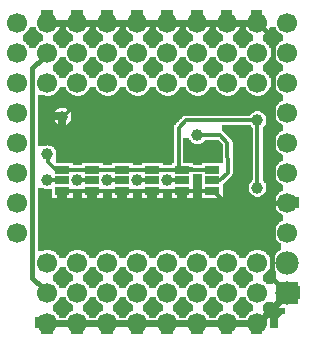
<source format=gbl>
G04 MADE WITH FRITZING*
G04 WWW.FRITZING.ORG*
G04 DOUBLE SIDED*
G04 HOLES PLATED*
G04 CONTOUR ON CENTER OF CONTOUR VECTOR*
%ASAXBY*%
%FSLAX23Y23*%
%MOIN*%
%OFA0B0*%
%SFA1.0B1.0*%
%ADD10C,0.075000*%
%ADD11C,0.039370*%
%ADD12C,0.066929*%
%ADD13C,0.078000*%
%ADD14R,0.050000X0.025000*%
%ADD15R,0.078000X0.078000*%
%ADD16C,0.012000*%
%ADD17C,0.024000*%
%ADD18C,0.016000*%
%LNCOPPER0*%
G90*
G70*
G54D10*
X225Y655D03*
G54D11*
X151Y620D03*
G54D12*
X451Y1057D03*
X451Y957D03*
X451Y857D03*
X651Y1057D03*
X651Y957D03*
X651Y857D03*
X751Y1057D03*
X751Y957D03*
X751Y857D03*
X551Y1057D03*
X551Y957D03*
X551Y857D03*
X251Y1057D03*
X251Y957D03*
X251Y857D03*
X351Y1057D03*
X351Y957D03*
X351Y857D03*
X151Y1057D03*
X151Y957D03*
X151Y857D03*
X851Y1057D03*
X851Y957D03*
X851Y857D03*
X851Y57D03*
X851Y157D03*
X851Y257D03*
X751Y57D03*
X751Y157D03*
X751Y257D03*
X651Y57D03*
X651Y157D03*
X651Y257D03*
X551Y57D03*
X551Y157D03*
X551Y257D03*
X451Y57D03*
X451Y157D03*
X451Y257D03*
X351Y57D03*
X351Y157D03*
X351Y257D03*
X251Y57D03*
X251Y157D03*
X251Y257D03*
X151Y57D03*
X151Y157D03*
X151Y257D03*
G54D11*
X151Y532D03*
X251Y532D03*
X351Y532D03*
X451Y532D03*
X551Y532D03*
X651Y682D03*
X201Y745D03*
X851Y732D03*
X851Y507D03*
G54D13*
X951Y157D03*
X951Y257D03*
G54D12*
X51Y1057D03*
X51Y957D03*
X51Y857D03*
X51Y757D03*
X51Y657D03*
X51Y557D03*
X51Y457D03*
X51Y357D03*
X951Y1057D03*
X951Y957D03*
X951Y857D03*
X951Y757D03*
X951Y657D03*
X951Y557D03*
X951Y457D03*
X951Y357D03*
G54D14*
X701Y567D03*
X701Y532D03*
X701Y497D03*
X601Y567D03*
X601Y532D03*
X601Y497D03*
X501Y567D03*
X501Y532D03*
X501Y497D03*
X401Y567D03*
X401Y532D03*
X401Y497D03*
X301Y567D03*
X301Y532D03*
X301Y497D03*
X201Y567D03*
X201Y532D03*
X201Y497D03*
G54D15*
X951Y157D03*
G54D16*
X152Y595D02*
X176Y570D01*
D02*
X176Y570D02*
X182Y569D01*
D02*
X152Y606D02*
X152Y595D01*
D02*
X752Y557D02*
X727Y532D01*
D02*
X727Y532D02*
X721Y532D01*
D02*
X727Y682D02*
X751Y658D01*
D02*
X751Y658D02*
X752Y557D01*
D02*
X665Y682D02*
X727Y682D01*
G54D17*
D02*
X222Y57D02*
X180Y57D01*
D02*
X280Y57D02*
X322Y57D01*
D02*
X380Y57D02*
X422Y57D01*
D02*
X480Y57D02*
X522Y57D01*
D02*
X580Y57D02*
X622Y57D01*
D02*
X680Y57D02*
X722Y57D01*
D02*
X780Y57D02*
X822Y57D01*
D02*
X872Y78D02*
X930Y136D01*
G54D18*
D02*
X902Y457D02*
X928Y457D01*
D02*
X901Y208D02*
X902Y457D01*
D02*
X934Y175D02*
X901Y208D01*
G54D17*
D02*
X222Y1057D02*
X180Y1057D01*
D02*
X280Y1057D02*
X322Y1057D01*
D02*
X380Y1057D02*
X422Y1057D01*
D02*
X480Y1057D02*
X522Y1057D01*
D02*
X580Y1057D02*
X622Y1057D01*
D02*
X680Y1057D02*
X722Y1057D01*
D02*
X780Y1057D02*
X822Y1057D01*
G54D18*
D02*
X902Y1008D02*
X868Y1041D01*
D02*
X902Y457D02*
X902Y1008D01*
D02*
X928Y457D02*
X902Y457D01*
G54D16*
D02*
X165Y532D02*
X182Y532D01*
D02*
X265Y532D02*
X282Y532D01*
D02*
X365Y532D02*
X382Y532D01*
D02*
X465Y532D02*
X482Y532D01*
D02*
X565Y532D02*
X582Y532D01*
D02*
X682Y567D02*
X621Y567D01*
D02*
X582Y567D02*
X521Y567D01*
D02*
X482Y567D02*
X421Y567D01*
D02*
X382Y567D02*
X321Y567D01*
D02*
X282Y567D02*
X221Y567D01*
D02*
X621Y497D02*
X682Y497D01*
D02*
X582Y497D02*
X521Y497D01*
D02*
X482Y497D02*
X421Y497D01*
D02*
X382Y497D02*
X321Y497D01*
D02*
X282Y497D02*
X221Y497D01*
D02*
X751Y457D02*
X710Y490D01*
D02*
X902Y457D02*
X751Y457D01*
D02*
X901Y457D02*
X902Y457D01*
D02*
X928Y457D02*
X901Y457D01*
D02*
X614Y732D02*
X838Y732D01*
D02*
X588Y708D02*
X614Y732D01*
D02*
X588Y570D02*
X588Y708D01*
D02*
X682Y568D02*
X588Y570D01*
G54D18*
D02*
X101Y208D02*
X135Y174D01*
D02*
X101Y907D02*
X101Y208D01*
D02*
X135Y941D02*
X101Y907D01*
G54D16*
D02*
X851Y719D02*
X851Y521D01*
D02*
X902Y782D02*
X902Y1007D01*
D02*
X215Y758D02*
X239Y782D01*
D02*
X239Y782D02*
X902Y782D01*
D02*
X902Y1007D02*
X872Y1037D01*
G36*
X92Y1042D02*
X92Y1040D01*
X90Y1040D01*
X90Y1036D01*
X88Y1036D01*
X88Y1032D01*
X86Y1032D01*
X86Y1030D01*
X84Y1030D01*
X84Y1028D01*
X82Y1028D01*
X82Y1026D01*
X80Y1026D01*
X80Y1024D01*
X78Y1024D01*
X78Y1022D01*
X76Y1022D01*
X76Y1020D01*
X72Y1020D01*
X72Y1018D01*
X68Y1018D01*
X68Y996D01*
X72Y996D01*
X72Y994D01*
X76Y994D01*
X76Y992D01*
X78Y992D01*
X78Y990D01*
X80Y990D01*
X80Y988D01*
X82Y988D01*
X82Y986D01*
X84Y986D01*
X84Y984D01*
X86Y984D01*
X86Y982D01*
X88Y982D01*
X88Y978D01*
X90Y978D01*
X90Y974D01*
X112Y974D01*
X112Y978D01*
X114Y978D01*
X114Y980D01*
X116Y980D01*
X116Y984D01*
X118Y984D01*
X118Y986D01*
X120Y986D01*
X120Y988D01*
X122Y988D01*
X122Y990D01*
X124Y990D01*
X124Y992D01*
X126Y992D01*
X126Y994D01*
X130Y994D01*
X130Y996D01*
X134Y996D01*
X134Y998D01*
X136Y998D01*
X136Y1018D01*
X132Y1018D01*
X132Y1020D01*
X128Y1020D01*
X128Y1022D01*
X124Y1022D01*
X124Y1024D01*
X122Y1024D01*
X122Y1026D01*
X120Y1026D01*
X120Y1028D01*
X118Y1028D01*
X118Y1030D01*
X116Y1030D01*
X116Y1034D01*
X114Y1034D01*
X114Y1038D01*
X112Y1038D01*
X112Y1042D01*
X92Y1042D01*
G37*
D02*
G36*
X192Y1042D02*
X192Y1040D01*
X190Y1040D01*
X190Y1036D01*
X188Y1036D01*
X188Y1032D01*
X186Y1032D01*
X186Y1030D01*
X184Y1030D01*
X184Y1028D01*
X182Y1028D01*
X182Y1026D01*
X180Y1026D01*
X180Y1024D01*
X178Y1024D01*
X178Y1022D01*
X176Y1022D01*
X176Y1020D01*
X172Y1020D01*
X172Y1018D01*
X168Y1018D01*
X168Y996D01*
X172Y996D01*
X172Y994D01*
X176Y994D01*
X176Y992D01*
X178Y992D01*
X178Y990D01*
X180Y990D01*
X180Y988D01*
X182Y988D01*
X182Y986D01*
X184Y986D01*
X184Y984D01*
X186Y984D01*
X186Y982D01*
X188Y982D01*
X188Y978D01*
X190Y978D01*
X190Y974D01*
X212Y974D01*
X212Y978D01*
X214Y978D01*
X214Y980D01*
X216Y980D01*
X216Y984D01*
X218Y984D01*
X218Y986D01*
X220Y986D01*
X220Y988D01*
X222Y988D01*
X222Y990D01*
X224Y990D01*
X224Y992D01*
X226Y992D01*
X226Y994D01*
X230Y994D01*
X230Y996D01*
X234Y996D01*
X234Y998D01*
X236Y998D01*
X236Y1018D01*
X232Y1018D01*
X232Y1020D01*
X228Y1020D01*
X228Y1022D01*
X224Y1022D01*
X224Y1024D01*
X222Y1024D01*
X222Y1026D01*
X220Y1026D01*
X220Y1028D01*
X218Y1028D01*
X218Y1030D01*
X216Y1030D01*
X216Y1034D01*
X214Y1034D01*
X214Y1038D01*
X212Y1038D01*
X212Y1042D01*
X192Y1042D01*
G37*
D02*
G36*
X292Y1042D02*
X292Y1040D01*
X290Y1040D01*
X290Y1036D01*
X288Y1036D01*
X288Y1032D01*
X286Y1032D01*
X286Y1030D01*
X284Y1030D01*
X284Y1028D01*
X282Y1028D01*
X282Y1026D01*
X280Y1026D01*
X280Y1024D01*
X278Y1024D01*
X278Y1022D01*
X276Y1022D01*
X276Y1020D01*
X272Y1020D01*
X272Y1018D01*
X268Y1018D01*
X268Y996D01*
X272Y996D01*
X272Y994D01*
X276Y994D01*
X276Y992D01*
X278Y992D01*
X278Y990D01*
X280Y990D01*
X280Y988D01*
X282Y988D01*
X282Y986D01*
X284Y986D01*
X284Y984D01*
X286Y984D01*
X286Y982D01*
X288Y982D01*
X288Y978D01*
X290Y978D01*
X290Y974D01*
X312Y974D01*
X312Y978D01*
X314Y978D01*
X314Y980D01*
X316Y980D01*
X316Y984D01*
X318Y984D01*
X318Y986D01*
X320Y986D01*
X320Y988D01*
X322Y988D01*
X322Y990D01*
X324Y990D01*
X324Y992D01*
X326Y992D01*
X326Y994D01*
X330Y994D01*
X330Y996D01*
X334Y996D01*
X334Y998D01*
X336Y998D01*
X336Y1018D01*
X332Y1018D01*
X332Y1020D01*
X328Y1020D01*
X328Y1022D01*
X324Y1022D01*
X324Y1024D01*
X322Y1024D01*
X322Y1026D01*
X320Y1026D01*
X320Y1028D01*
X318Y1028D01*
X318Y1030D01*
X316Y1030D01*
X316Y1034D01*
X314Y1034D01*
X314Y1038D01*
X312Y1038D01*
X312Y1042D01*
X292Y1042D01*
G37*
D02*
G36*
X392Y1042D02*
X392Y1040D01*
X390Y1040D01*
X390Y1036D01*
X388Y1036D01*
X388Y1032D01*
X386Y1032D01*
X386Y1030D01*
X384Y1030D01*
X384Y1028D01*
X382Y1028D01*
X382Y1026D01*
X380Y1026D01*
X380Y1024D01*
X378Y1024D01*
X378Y1022D01*
X376Y1022D01*
X376Y1020D01*
X372Y1020D01*
X372Y1018D01*
X368Y1018D01*
X368Y996D01*
X372Y996D01*
X372Y994D01*
X376Y994D01*
X376Y992D01*
X378Y992D01*
X378Y990D01*
X380Y990D01*
X380Y988D01*
X382Y988D01*
X382Y986D01*
X384Y986D01*
X384Y984D01*
X386Y984D01*
X386Y982D01*
X388Y982D01*
X388Y978D01*
X390Y978D01*
X390Y974D01*
X412Y974D01*
X412Y978D01*
X414Y978D01*
X414Y980D01*
X416Y980D01*
X416Y984D01*
X418Y984D01*
X418Y986D01*
X420Y986D01*
X420Y988D01*
X422Y988D01*
X422Y990D01*
X424Y990D01*
X424Y992D01*
X426Y992D01*
X426Y994D01*
X430Y994D01*
X430Y996D01*
X434Y996D01*
X434Y998D01*
X436Y998D01*
X436Y1018D01*
X432Y1018D01*
X432Y1020D01*
X428Y1020D01*
X428Y1022D01*
X424Y1022D01*
X424Y1024D01*
X422Y1024D01*
X422Y1026D01*
X420Y1026D01*
X420Y1028D01*
X418Y1028D01*
X418Y1030D01*
X416Y1030D01*
X416Y1034D01*
X414Y1034D01*
X414Y1038D01*
X412Y1038D01*
X412Y1042D01*
X392Y1042D01*
G37*
D02*
G36*
X492Y1042D02*
X492Y1040D01*
X490Y1040D01*
X490Y1036D01*
X488Y1036D01*
X488Y1032D01*
X486Y1032D01*
X486Y1030D01*
X484Y1030D01*
X484Y1028D01*
X482Y1028D01*
X482Y1026D01*
X480Y1026D01*
X480Y1024D01*
X478Y1024D01*
X478Y1022D01*
X476Y1022D01*
X476Y1020D01*
X472Y1020D01*
X472Y1018D01*
X468Y1018D01*
X468Y996D01*
X472Y996D01*
X472Y994D01*
X476Y994D01*
X476Y992D01*
X478Y992D01*
X478Y990D01*
X480Y990D01*
X480Y988D01*
X482Y988D01*
X482Y986D01*
X484Y986D01*
X484Y984D01*
X486Y984D01*
X486Y982D01*
X488Y982D01*
X488Y978D01*
X490Y978D01*
X490Y974D01*
X512Y974D01*
X512Y978D01*
X514Y978D01*
X514Y980D01*
X516Y980D01*
X516Y984D01*
X518Y984D01*
X518Y986D01*
X520Y986D01*
X520Y988D01*
X522Y988D01*
X522Y990D01*
X524Y990D01*
X524Y992D01*
X526Y992D01*
X526Y994D01*
X530Y994D01*
X530Y996D01*
X534Y996D01*
X534Y998D01*
X536Y998D01*
X536Y1018D01*
X532Y1018D01*
X532Y1020D01*
X528Y1020D01*
X528Y1022D01*
X524Y1022D01*
X524Y1024D01*
X522Y1024D01*
X522Y1026D01*
X520Y1026D01*
X520Y1028D01*
X518Y1028D01*
X518Y1030D01*
X516Y1030D01*
X516Y1034D01*
X514Y1034D01*
X514Y1038D01*
X512Y1038D01*
X512Y1042D01*
X492Y1042D01*
G37*
D02*
G36*
X592Y1042D02*
X592Y1040D01*
X590Y1040D01*
X590Y1036D01*
X588Y1036D01*
X588Y1032D01*
X586Y1032D01*
X586Y1030D01*
X584Y1030D01*
X584Y1028D01*
X582Y1028D01*
X582Y1026D01*
X580Y1026D01*
X580Y1024D01*
X578Y1024D01*
X578Y1022D01*
X576Y1022D01*
X576Y1020D01*
X572Y1020D01*
X572Y1018D01*
X568Y1018D01*
X568Y996D01*
X572Y996D01*
X572Y994D01*
X576Y994D01*
X576Y992D01*
X578Y992D01*
X578Y990D01*
X580Y990D01*
X580Y988D01*
X582Y988D01*
X582Y986D01*
X584Y986D01*
X584Y984D01*
X586Y984D01*
X586Y982D01*
X588Y982D01*
X588Y978D01*
X590Y978D01*
X590Y974D01*
X612Y974D01*
X612Y978D01*
X614Y978D01*
X614Y980D01*
X616Y980D01*
X616Y984D01*
X618Y984D01*
X618Y986D01*
X620Y986D01*
X620Y988D01*
X622Y988D01*
X622Y990D01*
X624Y990D01*
X624Y992D01*
X626Y992D01*
X626Y994D01*
X630Y994D01*
X630Y996D01*
X634Y996D01*
X634Y998D01*
X636Y998D01*
X636Y1018D01*
X632Y1018D01*
X632Y1020D01*
X628Y1020D01*
X628Y1022D01*
X624Y1022D01*
X624Y1024D01*
X622Y1024D01*
X622Y1026D01*
X620Y1026D01*
X620Y1028D01*
X618Y1028D01*
X618Y1030D01*
X616Y1030D01*
X616Y1034D01*
X614Y1034D01*
X614Y1038D01*
X612Y1038D01*
X612Y1042D01*
X592Y1042D01*
G37*
D02*
G36*
X692Y1042D02*
X692Y1040D01*
X690Y1040D01*
X690Y1036D01*
X688Y1036D01*
X688Y1032D01*
X686Y1032D01*
X686Y1030D01*
X684Y1030D01*
X684Y1028D01*
X682Y1028D01*
X682Y1026D01*
X680Y1026D01*
X680Y1024D01*
X678Y1024D01*
X678Y1022D01*
X676Y1022D01*
X676Y1020D01*
X672Y1020D01*
X672Y1018D01*
X668Y1018D01*
X668Y996D01*
X672Y996D01*
X672Y994D01*
X676Y994D01*
X676Y992D01*
X678Y992D01*
X678Y990D01*
X680Y990D01*
X680Y988D01*
X682Y988D01*
X682Y986D01*
X684Y986D01*
X684Y984D01*
X686Y984D01*
X686Y982D01*
X688Y982D01*
X688Y978D01*
X690Y978D01*
X690Y974D01*
X712Y974D01*
X712Y978D01*
X714Y978D01*
X714Y980D01*
X716Y980D01*
X716Y984D01*
X718Y984D01*
X718Y986D01*
X720Y986D01*
X720Y988D01*
X722Y988D01*
X722Y990D01*
X724Y990D01*
X724Y992D01*
X726Y992D01*
X726Y994D01*
X730Y994D01*
X730Y996D01*
X734Y996D01*
X734Y998D01*
X736Y998D01*
X736Y1018D01*
X732Y1018D01*
X732Y1020D01*
X728Y1020D01*
X728Y1022D01*
X724Y1022D01*
X724Y1024D01*
X722Y1024D01*
X722Y1026D01*
X720Y1026D01*
X720Y1028D01*
X718Y1028D01*
X718Y1030D01*
X716Y1030D01*
X716Y1034D01*
X714Y1034D01*
X714Y1038D01*
X712Y1038D01*
X712Y1042D01*
X692Y1042D01*
G37*
D02*
G36*
X792Y1042D02*
X792Y1040D01*
X790Y1040D01*
X790Y1036D01*
X788Y1036D01*
X788Y1032D01*
X786Y1032D01*
X786Y1030D01*
X784Y1030D01*
X784Y1028D01*
X782Y1028D01*
X782Y1026D01*
X780Y1026D01*
X780Y1024D01*
X778Y1024D01*
X778Y1022D01*
X776Y1022D01*
X776Y1020D01*
X772Y1020D01*
X772Y1018D01*
X768Y1018D01*
X768Y996D01*
X772Y996D01*
X772Y994D01*
X776Y994D01*
X776Y992D01*
X778Y992D01*
X778Y990D01*
X780Y990D01*
X780Y988D01*
X782Y988D01*
X782Y986D01*
X784Y986D01*
X784Y984D01*
X786Y984D01*
X786Y982D01*
X788Y982D01*
X788Y978D01*
X790Y978D01*
X790Y974D01*
X812Y974D01*
X812Y978D01*
X814Y978D01*
X814Y980D01*
X816Y980D01*
X816Y984D01*
X818Y984D01*
X818Y986D01*
X820Y986D01*
X820Y988D01*
X822Y988D01*
X822Y990D01*
X824Y990D01*
X824Y992D01*
X826Y992D01*
X826Y994D01*
X830Y994D01*
X830Y996D01*
X834Y996D01*
X834Y998D01*
X836Y998D01*
X836Y1018D01*
X832Y1018D01*
X832Y1020D01*
X828Y1020D01*
X828Y1022D01*
X824Y1022D01*
X824Y1024D01*
X822Y1024D01*
X822Y1026D01*
X820Y1026D01*
X820Y1028D01*
X818Y1028D01*
X818Y1030D01*
X816Y1030D01*
X816Y1034D01*
X814Y1034D01*
X814Y1038D01*
X812Y1038D01*
X812Y1042D01*
X792Y1042D01*
G37*
D02*
G36*
X892Y1042D02*
X892Y1040D01*
X890Y1040D01*
X890Y1036D01*
X888Y1036D01*
X888Y1032D01*
X886Y1032D01*
X886Y1030D01*
X884Y1030D01*
X884Y1028D01*
X882Y1028D01*
X882Y1026D01*
X880Y1026D01*
X880Y1024D01*
X878Y1024D01*
X878Y1022D01*
X876Y1022D01*
X876Y1020D01*
X872Y1020D01*
X872Y1018D01*
X868Y1018D01*
X868Y996D01*
X872Y996D01*
X872Y994D01*
X876Y994D01*
X876Y992D01*
X878Y992D01*
X878Y990D01*
X880Y990D01*
X880Y988D01*
X882Y988D01*
X882Y986D01*
X884Y986D01*
X884Y984D01*
X886Y984D01*
X886Y982D01*
X888Y982D01*
X888Y978D01*
X890Y978D01*
X890Y974D01*
X912Y974D01*
X912Y978D01*
X914Y978D01*
X914Y980D01*
X916Y980D01*
X916Y984D01*
X918Y984D01*
X918Y986D01*
X920Y986D01*
X920Y988D01*
X922Y988D01*
X922Y990D01*
X924Y990D01*
X924Y992D01*
X926Y992D01*
X926Y994D01*
X930Y994D01*
X930Y996D01*
X934Y996D01*
X934Y998D01*
X936Y998D01*
X936Y1018D01*
X932Y1018D01*
X932Y1020D01*
X928Y1020D01*
X928Y1022D01*
X924Y1022D01*
X924Y1024D01*
X922Y1024D01*
X922Y1026D01*
X920Y1026D01*
X920Y1028D01*
X918Y1028D01*
X918Y1030D01*
X916Y1030D01*
X916Y1034D01*
X914Y1034D01*
X914Y1038D01*
X912Y1038D01*
X912Y1042D01*
X892Y1042D01*
G37*
D02*
G36*
X192Y942D02*
X192Y940D01*
X190Y940D01*
X190Y936D01*
X188Y936D01*
X188Y932D01*
X186Y932D01*
X186Y930D01*
X184Y930D01*
X184Y928D01*
X182Y928D01*
X182Y926D01*
X180Y926D01*
X180Y924D01*
X178Y924D01*
X178Y922D01*
X176Y922D01*
X176Y920D01*
X172Y920D01*
X172Y918D01*
X168Y918D01*
X168Y896D01*
X172Y896D01*
X172Y894D01*
X176Y894D01*
X176Y892D01*
X178Y892D01*
X178Y890D01*
X180Y890D01*
X180Y888D01*
X182Y888D01*
X182Y886D01*
X184Y886D01*
X184Y884D01*
X186Y884D01*
X186Y882D01*
X188Y882D01*
X188Y878D01*
X190Y878D01*
X190Y874D01*
X212Y874D01*
X212Y878D01*
X214Y878D01*
X214Y880D01*
X216Y880D01*
X216Y884D01*
X218Y884D01*
X218Y886D01*
X220Y886D01*
X220Y888D01*
X222Y888D01*
X222Y890D01*
X224Y890D01*
X224Y892D01*
X226Y892D01*
X226Y894D01*
X230Y894D01*
X230Y896D01*
X234Y896D01*
X234Y898D01*
X236Y898D01*
X236Y918D01*
X232Y918D01*
X232Y920D01*
X228Y920D01*
X228Y922D01*
X224Y922D01*
X224Y924D01*
X222Y924D01*
X222Y926D01*
X220Y926D01*
X220Y928D01*
X218Y928D01*
X218Y930D01*
X216Y930D01*
X216Y934D01*
X214Y934D01*
X214Y938D01*
X212Y938D01*
X212Y942D01*
X192Y942D01*
G37*
D02*
G36*
X292Y942D02*
X292Y940D01*
X290Y940D01*
X290Y936D01*
X288Y936D01*
X288Y932D01*
X286Y932D01*
X286Y930D01*
X284Y930D01*
X284Y928D01*
X282Y928D01*
X282Y926D01*
X280Y926D01*
X280Y924D01*
X278Y924D01*
X278Y922D01*
X276Y922D01*
X276Y920D01*
X272Y920D01*
X272Y918D01*
X268Y918D01*
X268Y896D01*
X272Y896D01*
X272Y894D01*
X276Y894D01*
X276Y892D01*
X278Y892D01*
X278Y890D01*
X280Y890D01*
X280Y888D01*
X282Y888D01*
X282Y886D01*
X284Y886D01*
X284Y884D01*
X286Y884D01*
X286Y882D01*
X288Y882D01*
X288Y878D01*
X290Y878D01*
X290Y874D01*
X312Y874D01*
X312Y878D01*
X314Y878D01*
X314Y880D01*
X316Y880D01*
X316Y884D01*
X318Y884D01*
X318Y886D01*
X320Y886D01*
X320Y888D01*
X322Y888D01*
X322Y890D01*
X324Y890D01*
X324Y892D01*
X326Y892D01*
X326Y894D01*
X330Y894D01*
X330Y896D01*
X334Y896D01*
X334Y898D01*
X336Y898D01*
X336Y918D01*
X332Y918D01*
X332Y920D01*
X328Y920D01*
X328Y922D01*
X324Y922D01*
X324Y924D01*
X322Y924D01*
X322Y926D01*
X320Y926D01*
X320Y928D01*
X318Y928D01*
X318Y930D01*
X316Y930D01*
X316Y934D01*
X314Y934D01*
X314Y938D01*
X312Y938D01*
X312Y942D01*
X292Y942D01*
G37*
D02*
G36*
X392Y942D02*
X392Y940D01*
X390Y940D01*
X390Y936D01*
X388Y936D01*
X388Y932D01*
X386Y932D01*
X386Y930D01*
X384Y930D01*
X384Y928D01*
X382Y928D01*
X382Y926D01*
X380Y926D01*
X380Y924D01*
X378Y924D01*
X378Y922D01*
X376Y922D01*
X376Y920D01*
X372Y920D01*
X372Y918D01*
X368Y918D01*
X368Y896D01*
X372Y896D01*
X372Y894D01*
X376Y894D01*
X376Y892D01*
X378Y892D01*
X378Y890D01*
X380Y890D01*
X380Y888D01*
X382Y888D01*
X382Y886D01*
X384Y886D01*
X384Y884D01*
X386Y884D01*
X386Y882D01*
X388Y882D01*
X388Y878D01*
X390Y878D01*
X390Y874D01*
X412Y874D01*
X412Y878D01*
X414Y878D01*
X414Y880D01*
X416Y880D01*
X416Y884D01*
X418Y884D01*
X418Y886D01*
X420Y886D01*
X420Y888D01*
X422Y888D01*
X422Y890D01*
X424Y890D01*
X424Y892D01*
X426Y892D01*
X426Y894D01*
X430Y894D01*
X430Y896D01*
X434Y896D01*
X434Y898D01*
X436Y898D01*
X436Y918D01*
X432Y918D01*
X432Y920D01*
X428Y920D01*
X428Y922D01*
X424Y922D01*
X424Y924D01*
X422Y924D01*
X422Y926D01*
X420Y926D01*
X420Y928D01*
X418Y928D01*
X418Y930D01*
X416Y930D01*
X416Y934D01*
X414Y934D01*
X414Y938D01*
X412Y938D01*
X412Y942D01*
X392Y942D01*
G37*
D02*
G36*
X492Y942D02*
X492Y940D01*
X490Y940D01*
X490Y936D01*
X488Y936D01*
X488Y932D01*
X486Y932D01*
X486Y930D01*
X484Y930D01*
X484Y928D01*
X482Y928D01*
X482Y926D01*
X480Y926D01*
X480Y924D01*
X478Y924D01*
X478Y922D01*
X476Y922D01*
X476Y920D01*
X472Y920D01*
X472Y918D01*
X468Y918D01*
X468Y896D01*
X472Y896D01*
X472Y894D01*
X476Y894D01*
X476Y892D01*
X478Y892D01*
X478Y890D01*
X480Y890D01*
X480Y888D01*
X482Y888D01*
X482Y886D01*
X484Y886D01*
X484Y884D01*
X486Y884D01*
X486Y882D01*
X488Y882D01*
X488Y878D01*
X490Y878D01*
X490Y874D01*
X512Y874D01*
X512Y878D01*
X514Y878D01*
X514Y880D01*
X516Y880D01*
X516Y884D01*
X518Y884D01*
X518Y886D01*
X520Y886D01*
X520Y888D01*
X522Y888D01*
X522Y890D01*
X524Y890D01*
X524Y892D01*
X526Y892D01*
X526Y894D01*
X530Y894D01*
X530Y896D01*
X534Y896D01*
X534Y898D01*
X536Y898D01*
X536Y918D01*
X532Y918D01*
X532Y920D01*
X528Y920D01*
X528Y922D01*
X524Y922D01*
X524Y924D01*
X522Y924D01*
X522Y926D01*
X520Y926D01*
X520Y928D01*
X518Y928D01*
X518Y930D01*
X516Y930D01*
X516Y934D01*
X514Y934D01*
X514Y938D01*
X512Y938D01*
X512Y942D01*
X492Y942D01*
G37*
D02*
G36*
X592Y942D02*
X592Y940D01*
X590Y940D01*
X590Y936D01*
X588Y936D01*
X588Y932D01*
X586Y932D01*
X586Y930D01*
X584Y930D01*
X584Y928D01*
X582Y928D01*
X582Y926D01*
X580Y926D01*
X580Y924D01*
X578Y924D01*
X578Y922D01*
X576Y922D01*
X576Y920D01*
X572Y920D01*
X572Y918D01*
X568Y918D01*
X568Y896D01*
X572Y896D01*
X572Y894D01*
X576Y894D01*
X576Y892D01*
X578Y892D01*
X578Y890D01*
X580Y890D01*
X580Y888D01*
X582Y888D01*
X582Y886D01*
X584Y886D01*
X584Y884D01*
X586Y884D01*
X586Y882D01*
X588Y882D01*
X588Y878D01*
X590Y878D01*
X590Y874D01*
X612Y874D01*
X612Y878D01*
X614Y878D01*
X614Y880D01*
X616Y880D01*
X616Y884D01*
X618Y884D01*
X618Y886D01*
X620Y886D01*
X620Y888D01*
X622Y888D01*
X622Y890D01*
X624Y890D01*
X624Y892D01*
X626Y892D01*
X626Y894D01*
X630Y894D01*
X630Y896D01*
X634Y896D01*
X634Y898D01*
X636Y898D01*
X636Y918D01*
X632Y918D01*
X632Y920D01*
X628Y920D01*
X628Y922D01*
X624Y922D01*
X624Y924D01*
X622Y924D01*
X622Y926D01*
X620Y926D01*
X620Y928D01*
X618Y928D01*
X618Y930D01*
X616Y930D01*
X616Y934D01*
X614Y934D01*
X614Y938D01*
X612Y938D01*
X612Y942D01*
X592Y942D01*
G37*
D02*
G36*
X692Y942D02*
X692Y940D01*
X690Y940D01*
X690Y936D01*
X688Y936D01*
X688Y932D01*
X686Y932D01*
X686Y930D01*
X684Y930D01*
X684Y928D01*
X682Y928D01*
X682Y926D01*
X680Y926D01*
X680Y924D01*
X678Y924D01*
X678Y922D01*
X676Y922D01*
X676Y920D01*
X672Y920D01*
X672Y918D01*
X668Y918D01*
X668Y896D01*
X672Y896D01*
X672Y894D01*
X676Y894D01*
X676Y892D01*
X678Y892D01*
X678Y890D01*
X680Y890D01*
X680Y888D01*
X682Y888D01*
X682Y886D01*
X684Y886D01*
X684Y884D01*
X686Y884D01*
X686Y882D01*
X688Y882D01*
X688Y878D01*
X690Y878D01*
X690Y874D01*
X712Y874D01*
X712Y878D01*
X714Y878D01*
X714Y880D01*
X716Y880D01*
X716Y884D01*
X718Y884D01*
X718Y886D01*
X720Y886D01*
X720Y888D01*
X722Y888D01*
X722Y890D01*
X724Y890D01*
X724Y892D01*
X726Y892D01*
X726Y894D01*
X730Y894D01*
X730Y896D01*
X734Y896D01*
X734Y898D01*
X736Y898D01*
X736Y918D01*
X732Y918D01*
X732Y920D01*
X728Y920D01*
X728Y922D01*
X724Y922D01*
X724Y924D01*
X722Y924D01*
X722Y926D01*
X720Y926D01*
X720Y928D01*
X718Y928D01*
X718Y930D01*
X716Y930D01*
X716Y934D01*
X714Y934D01*
X714Y938D01*
X712Y938D01*
X712Y942D01*
X692Y942D01*
G37*
D02*
G36*
X792Y942D02*
X792Y940D01*
X790Y940D01*
X790Y936D01*
X788Y936D01*
X788Y932D01*
X786Y932D01*
X786Y930D01*
X784Y930D01*
X784Y928D01*
X782Y928D01*
X782Y926D01*
X780Y926D01*
X780Y924D01*
X778Y924D01*
X778Y922D01*
X776Y922D01*
X776Y920D01*
X772Y920D01*
X772Y918D01*
X768Y918D01*
X768Y896D01*
X772Y896D01*
X772Y894D01*
X776Y894D01*
X776Y892D01*
X778Y892D01*
X778Y890D01*
X780Y890D01*
X780Y888D01*
X782Y888D01*
X782Y886D01*
X784Y886D01*
X784Y884D01*
X786Y884D01*
X786Y882D01*
X788Y882D01*
X788Y878D01*
X790Y878D01*
X790Y874D01*
X812Y874D01*
X812Y878D01*
X814Y878D01*
X814Y880D01*
X816Y880D01*
X816Y884D01*
X818Y884D01*
X818Y886D01*
X820Y886D01*
X820Y888D01*
X822Y888D01*
X822Y890D01*
X824Y890D01*
X824Y892D01*
X826Y892D01*
X826Y894D01*
X830Y894D01*
X830Y896D01*
X834Y896D01*
X834Y898D01*
X836Y898D01*
X836Y918D01*
X832Y918D01*
X832Y920D01*
X828Y920D01*
X828Y922D01*
X824Y922D01*
X824Y924D01*
X822Y924D01*
X822Y926D01*
X820Y926D01*
X820Y928D01*
X818Y928D01*
X818Y930D01*
X816Y930D01*
X816Y934D01*
X814Y934D01*
X814Y938D01*
X812Y938D01*
X812Y942D01*
X792Y942D01*
G37*
D02*
G36*
X892Y942D02*
X892Y940D01*
X890Y940D01*
X890Y936D01*
X888Y936D01*
X888Y932D01*
X886Y932D01*
X886Y930D01*
X884Y930D01*
X884Y928D01*
X882Y928D01*
X882Y926D01*
X880Y926D01*
X880Y924D01*
X878Y924D01*
X878Y922D01*
X876Y922D01*
X876Y920D01*
X872Y920D01*
X872Y918D01*
X868Y918D01*
X868Y896D01*
X872Y896D01*
X872Y894D01*
X876Y894D01*
X876Y892D01*
X878Y892D01*
X878Y890D01*
X880Y890D01*
X880Y888D01*
X882Y888D01*
X882Y886D01*
X884Y886D01*
X884Y884D01*
X886Y884D01*
X886Y882D01*
X888Y882D01*
X888Y878D01*
X890Y878D01*
X890Y874D01*
X912Y874D01*
X912Y878D01*
X914Y878D01*
X914Y880D01*
X916Y880D01*
X916Y884D01*
X918Y884D01*
X918Y886D01*
X920Y886D01*
X920Y888D01*
X922Y888D01*
X922Y890D01*
X924Y890D01*
X924Y892D01*
X926Y892D01*
X926Y894D01*
X930Y894D01*
X930Y896D01*
X934Y896D01*
X934Y898D01*
X936Y898D01*
X936Y918D01*
X932Y918D01*
X932Y920D01*
X928Y920D01*
X928Y922D01*
X924Y922D01*
X924Y924D01*
X922Y924D01*
X922Y926D01*
X920Y926D01*
X920Y928D01*
X918Y928D01*
X918Y930D01*
X916Y930D01*
X916Y934D01*
X914Y934D01*
X914Y938D01*
X912Y938D01*
X912Y942D01*
X892Y942D01*
G37*
D02*
G36*
X604Y674D02*
X604Y652D01*
X648Y652D01*
X648Y654D01*
X640Y654D01*
X640Y656D01*
X636Y656D01*
X636Y658D01*
X634Y658D01*
X634Y660D01*
X630Y660D01*
X630Y662D01*
X628Y662D01*
X628Y666D01*
X626Y666D01*
X626Y668D01*
X624Y668D01*
X624Y674D01*
X604Y674D01*
G37*
D02*
G36*
X676Y666D02*
X676Y664D01*
X674Y664D01*
X674Y662D01*
X672Y662D01*
X672Y660D01*
X670Y660D01*
X670Y658D01*
X666Y658D01*
X666Y656D01*
X664Y656D01*
X664Y654D01*
X656Y654D01*
X656Y652D01*
X734Y652D01*
X734Y654D01*
X732Y654D01*
X732Y656D01*
X730Y656D01*
X730Y658D01*
X728Y658D01*
X728Y660D01*
X726Y660D01*
X726Y662D01*
X724Y662D01*
X724Y664D01*
X722Y664D01*
X722Y666D01*
X676Y666D01*
G37*
D02*
G36*
X604Y652D02*
X604Y650D01*
X736Y650D01*
X736Y652D01*
X604Y652D01*
G37*
D02*
G36*
X604Y652D02*
X604Y650D01*
X736Y650D01*
X736Y652D01*
X604Y652D01*
G37*
D02*
G36*
X604Y650D02*
X604Y590D01*
X636Y590D01*
X636Y584D01*
X666Y584D01*
X666Y590D01*
X736Y590D01*
X736Y650D01*
X604Y650D01*
G37*
D02*
G36*
X192Y842D02*
X192Y840D01*
X190Y840D01*
X190Y836D01*
X188Y836D01*
X188Y832D01*
X186Y832D01*
X186Y830D01*
X184Y830D01*
X184Y828D01*
X182Y828D01*
X182Y826D01*
X180Y826D01*
X180Y824D01*
X178Y824D01*
X178Y822D01*
X176Y822D01*
X176Y820D01*
X172Y820D01*
X172Y818D01*
X168Y818D01*
X168Y816D01*
X162Y816D01*
X162Y814D01*
X242Y814D01*
X242Y816D01*
X236Y816D01*
X236Y818D01*
X232Y818D01*
X232Y820D01*
X228Y820D01*
X228Y822D01*
X224Y822D01*
X224Y824D01*
X222Y824D01*
X222Y826D01*
X220Y826D01*
X220Y828D01*
X218Y828D01*
X218Y830D01*
X216Y830D01*
X216Y834D01*
X214Y834D01*
X214Y838D01*
X212Y838D01*
X212Y842D01*
X192Y842D01*
G37*
D02*
G36*
X292Y842D02*
X292Y840D01*
X290Y840D01*
X290Y836D01*
X288Y836D01*
X288Y832D01*
X286Y832D01*
X286Y830D01*
X284Y830D01*
X284Y828D01*
X282Y828D01*
X282Y826D01*
X280Y826D01*
X280Y824D01*
X278Y824D01*
X278Y822D01*
X276Y822D01*
X276Y820D01*
X272Y820D01*
X272Y818D01*
X268Y818D01*
X268Y816D01*
X262Y816D01*
X262Y814D01*
X342Y814D01*
X342Y816D01*
X336Y816D01*
X336Y818D01*
X332Y818D01*
X332Y820D01*
X328Y820D01*
X328Y822D01*
X324Y822D01*
X324Y824D01*
X322Y824D01*
X322Y826D01*
X320Y826D01*
X320Y828D01*
X318Y828D01*
X318Y830D01*
X316Y830D01*
X316Y834D01*
X314Y834D01*
X314Y838D01*
X312Y838D01*
X312Y842D01*
X292Y842D01*
G37*
D02*
G36*
X392Y842D02*
X392Y840D01*
X390Y840D01*
X390Y836D01*
X388Y836D01*
X388Y832D01*
X386Y832D01*
X386Y830D01*
X384Y830D01*
X384Y828D01*
X382Y828D01*
X382Y826D01*
X380Y826D01*
X380Y824D01*
X378Y824D01*
X378Y822D01*
X376Y822D01*
X376Y820D01*
X372Y820D01*
X372Y818D01*
X368Y818D01*
X368Y816D01*
X362Y816D01*
X362Y814D01*
X442Y814D01*
X442Y816D01*
X436Y816D01*
X436Y818D01*
X432Y818D01*
X432Y820D01*
X428Y820D01*
X428Y822D01*
X424Y822D01*
X424Y824D01*
X422Y824D01*
X422Y826D01*
X420Y826D01*
X420Y828D01*
X418Y828D01*
X418Y830D01*
X416Y830D01*
X416Y834D01*
X414Y834D01*
X414Y838D01*
X412Y838D01*
X412Y842D01*
X392Y842D01*
G37*
D02*
G36*
X492Y842D02*
X492Y840D01*
X490Y840D01*
X490Y836D01*
X488Y836D01*
X488Y832D01*
X486Y832D01*
X486Y830D01*
X484Y830D01*
X484Y828D01*
X482Y828D01*
X482Y826D01*
X480Y826D01*
X480Y824D01*
X478Y824D01*
X478Y822D01*
X476Y822D01*
X476Y820D01*
X472Y820D01*
X472Y818D01*
X468Y818D01*
X468Y816D01*
X462Y816D01*
X462Y814D01*
X542Y814D01*
X542Y816D01*
X536Y816D01*
X536Y818D01*
X532Y818D01*
X532Y820D01*
X528Y820D01*
X528Y822D01*
X524Y822D01*
X524Y824D01*
X522Y824D01*
X522Y826D01*
X520Y826D01*
X520Y828D01*
X518Y828D01*
X518Y830D01*
X516Y830D01*
X516Y834D01*
X514Y834D01*
X514Y838D01*
X512Y838D01*
X512Y842D01*
X492Y842D01*
G37*
D02*
G36*
X592Y842D02*
X592Y840D01*
X590Y840D01*
X590Y836D01*
X588Y836D01*
X588Y832D01*
X586Y832D01*
X586Y830D01*
X584Y830D01*
X584Y828D01*
X582Y828D01*
X582Y826D01*
X580Y826D01*
X580Y824D01*
X578Y824D01*
X578Y822D01*
X576Y822D01*
X576Y820D01*
X572Y820D01*
X572Y818D01*
X568Y818D01*
X568Y816D01*
X562Y816D01*
X562Y814D01*
X642Y814D01*
X642Y816D01*
X636Y816D01*
X636Y818D01*
X632Y818D01*
X632Y820D01*
X628Y820D01*
X628Y822D01*
X624Y822D01*
X624Y824D01*
X622Y824D01*
X622Y826D01*
X620Y826D01*
X620Y828D01*
X618Y828D01*
X618Y830D01*
X616Y830D01*
X616Y834D01*
X614Y834D01*
X614Y838D01*
X612Y838D01*
X612Y842D01*
X592Y842D01*
G37*
D02*
G36*
X692Y842D02*
X692Y840D01*
X690Y840D01*
X690Y836D01*
X688Y836D01*
X688Y832D01*
X686Y832D01*
X686Y830D01*
X684Y830D01*
X684Y828D01*
X682Y828D01*
X682Y826D01*
X680Y826D01*
X680Y824D01*
X678Y824D01*
X678Y822D01*
X676Y822D01*
X676Y820D01*
X672Y820D01*
X672Y818D01*
X668Y818D01*
X668Y816D01*
X662Y816D01*
X662Y814D01*
X742Y814D01*
X742Y816D01*
X736Y816D01*
X736Y818D01*
X732Y818D01*
X732Y820D01*
X728Y820D01*
X728Y822D01*
X724Y822D01*
X724Y824D01*
X722Y824D01*
X722Y826D01*
X720Y826D01*
X720Y828D01*
X718Y828D01*
X718Y830D01*
X716Y830D01*
X716Y834D01*
X714Y834D01*
X714Y838D01*
X712Y838D01*
X712Y842D01*
X692Y842D01*
G37*
D02*
G36*
X792Y842D02*
X792Y840D01*
X790Y840D01*
X790Y836D01*
X788Y836D01*
X788Y832D01*
X786Y832D01*
X786Y830D01*
X784Y830D01*
X784Y828D01*
X782Y828D01*
X782Y826D01*
X780Y826D01*
X780Y824D01*
X778Y824D01*
X778Y822D01*
X776Y822D01*
X776Y820D01*
X772Y820D01*
X772Y818D01*
X768Y818D01*
X768Y816D01*
X762Y816D01*
X762Y814D01*
X842Y814D01*
X842Y816D01*
X836Y816D01*
X836Y818D01*
X832Y818D01*
X832Y820D01*
X828Y820D01*
X828Y822D01*
X824Y822D01*
X824Y824D01*
X822Y824D01*
X822Y826D01*
X820Y826D01*
X820Y828D01*
X818Y828D01*
X818Y830D01*
X816Y830D01*
X816Y834D01*
X814Y834D01*
X814Y838D01*
X812Y838D01*
X812Y842D01*
X792Y842D01*
G37*
D02*
G36*
X892Y842D02*
X892Y840D01*
X890Y840D01*
X890Y836D01*
X888Y836D01*
X888Y832D01*
X886Y832D01*
X886Y830D01*
X884Y830D01*
X884Y828D01*
X882Y828D01*
X882Y826D01*
X880Y826D01*
X880Y824D01*
X878Y824D01*
X878Y822D01*
X876Y822D01*
X876Y820D01*
X872Y820D01*
X872Y818D01*
X868Y818D01*
X868Y816D01*
X862Y816D01*
X862Y814D01*
X936Y814D01*
X936Y818D01*
X932Y818D01*
X932Y820D01*
X928Y820D01*
X928Y822D01*
X924Y822D01*
X924Y824D01*
X922Y824D01*
X922Y826D01*
X920Y826D01*
X920Y828D01*
X918Y828D01*
X918Y830D01*
X916Y830D01*
X916Y834D01*
X914Y834D01*
X914Y838D01*
X912Y838D01*
X912Y842D01*
X892Y842D01*
G37*
D02*
G36*
X120Y816D02*
X120Y814D01*
X142Y814D01*
X142Y816D01*
X120Y816D01*
G37*
D02*
G36*
X120Y814D02*
X120Y812D01*
X936Y812D01*
X936Y814D01*
X120Y814D01*
G37*
D02*
G36*
X120Y814D02*
X120Y812D01*
X936Y812D01*
X936Y814D01*
X120Y814D01*
G37*
D02*
G36*
X120Y814D02*
X120Y812D01*
X936Y812D01*
X936Y814D01*
X120Y814D01*
G37*
D02*
G36*
X120Y814D02*
X120Y812D01*
X936Y812D01*
X936Y814D01*
X120Y814D01*
G37*
D02*
G36*
X120Y814D02*
X120Y812D01*
X936Y812D01*
X936Y814D01*
X120Y814D01*
G37*
D02*
G36*
X120Y814D02*
X120Y812D01*
X936Y812D01*
X936Y814D01*
X120Y814D01*
G37*
D02*
G36*
X120Y814D02*
X120Y812D01*
X936Y812D01*
X936Y814D01*
X120Y814D01*
G37*
D02*
G36*
X120Y814D02*
X120Y812D01*
X936Y812D01*
X936Y814D01*
X120Y814D01*
G37*
D02*
G36*
X120Y814D02*
X120Y812D01*
X936Y812D01*
X936Y814D01*
X120Y814D01*
G37*
D02*
G36*
X120Y812D02*
X120Y778D01*
X118Y778D01*
X118Y774D01*
X210Y774D01*
X210Y772D01*
X214Y772D01*
X214Y770D01*
X218Y770D01*
X218Y768D01*
X220Y768D01*
X220Y766D01*
X222Y766D01*
X222Y764D01*
X224Y764D01*
X224Y762D01*
X858Y762D01*
X858Y760D01*
X864Y760D01*
X864Y758D01*
X868Y758D01*
X868Y756D01*
X870Y756D01*
X870Y754D01*
X872Y754D01*
X872Y752D01*
X874Y752D01*
X874Y750D01*
X876Y750D01*
X876Y746D01*
X878Y746D01*
X878Y742D01*
X880Y742D01*
X880Y722D01*
X878Y722D01*
X878Y718D01*
X876Y718D01*
X876Y714D01*
X874Y714D01*
X874Y712D01*
X872Y712D01*
X872Y710D01*
X870Y710D01*
X870Y708D01*
X868Y708D01*
X868Y530D01*
X872Y530D01*
X872Y528D01*
X874Y528D01*
X874Y524D01*
X876Y524D01*
X876Y522D01*
X878Y522D01*
X878Y518D01*
X880Y518D01*
X880Y496D01*
X878Y496D01*
X878Y492D01*
X876Y492D01*
X876Y490D01*
X874Y490D01*
X874Y488D01*
X872Y488D01*
X872Y486D01*
X870Y486D01*
X870Y484D01*
X868Y484D01*
X868Y482D01*
X864Y482D01*
X864Y480D01*
X860Y480D01*
X860Y478D01*
X914Y478D01*
X914Y480D01*
X916Y480D01*
X916Y484D01*
X918Y484D01*
X918Y486D01*
X920Y486D01*
X920Y488D01*
X922Y488D01*
X922Y490D01*
X924Y490D01*
X924Y492D01*
X926Y492D01*
X926Y494D01*
X930Y494D01*
X930Y496D01*
X934Y496D01*
X934Y498D01*
X936Y498D01*
X936Y518D01*
X932Y518D01*
X932Y520D01*
X928Y520D01*
X928Y522D01*
X924Y522D01*
X924Y524D01*
X922Y524D01*
X922Y526D01*
X920Y526D01*
X920Y528D01*
X918Y528D01*
X918Y530D01*
X916Y530D01*
X916Y534D01*
X914Y534D01*
X914Y538D01*
X912Y538D01*
X912Y542D01*
X910Y542D01*
X910Y548D01*
X908Y548D01*
X908Y566D01*
X910Y566D01*
X910Y574D01*
X912Y574D01*
X912Y578D01*
X914Y578D01*
X914Y580D01*
X916Y580D01*
X916Y584D01*
X918Y584D01*
X918Y586D01*
X920Y586D01*
X920Y588D01*
X922Y588D01*
X922Y590D01*
X924Y590D01*
X924Y592D01*
X926Y592D01*
X926Y594D01*
X930Y594D01*
X930Y596D01*
X934Y596D01*
X934Y598D01*
X936Y598D01*
X936Y618D01*
X932Y618D01*
X932Y620D01*
X928Y620D01*
X928Y622D01*
X924Y622D01*
X924Y624D01*
X922Y624D01*
X922Y626D01*
X920Y626D01*
X920Y628D01*
X918Y628D01*
X918Y630D01*
X916Y630D01*
X916Y634D01*
X914Y634D01*
X914Y638D01*
X912Y638D01*
X912Y642D01*
X910Y642D01*
X910Y648D01*
X908Y648D01*
X908Y666D01*
X910Y666D01*
X910Y674D01*
X912Y674D01*
X912Y678D01*
X914Y678D01*
X914Y680D01*
X916Y680D01*
X916Y684D01*
X918Y684D01*
X918Y686D01*
X920Y686D01*
X920Y688D01*
X922Y688D01*
X922Y690D01*
X924Y690D01*
X924Y692D01*
X926Y692D01*
X926Y694D01*
X930Y694D01*
X930Y696D01*
X934Y696D01*
X934Y698D01*
X936Y698D01*
X936Y718D01*
X932Y718D01*
X932Y720D01*
X928Y720D01*
X928Y722D01*
X924Y722D01*
X924Y724D01*
X922Y724D01*
X922Y726D01*
X920Y726D01*
X920Y728D01*
X918Y728D01*
X918Y730D01*
X916Y730D01*
X916Y734D01*
X914Y734D01*
X914Y738D01*
X912Y738D01*
X912Y742D01*
X910Y742D01*
X910Y748D01*
X908Y748D01*
X908Y766D01*
X910Y766D01*
X910Y774D01*
X912Y774D01*
X912Y778D01*
X914Y778D01*
X914Y780D01*
X916Y780D01*
X916Y784D01*
X918Y784D01*
X918Y786D01*
X920Y786D01*
X920Y788D01*
X922Y788D01*
X922Y790D01*
X924Y790D01*
X924Y792D01*
X926Y792D01*
X926Y794D01*
X930Y794D01*
X930Y796D01*
X934Y796D01*
X934Y798D01*
X936Y798D01*
X936Y812D01*
X120Y812D01*
G37*
D02*
G36*
X118Y774D02*
X118Y716D01*
X192Y716D01*
X192Y718D01*
X186Y718D01*
X186Y720D01*
X184Y720D01*
X184Y722D01*
X182Y722D01*
X182Y724D01*
X180Y724D01*
X180Y726D01*
X178Y726D01*
X178Y728D01*
X176Y728D01*
X176Y732D01*
X174Y732D01*
X174Y736D01*
X172Y736D01*
X172Y754D01*
X174Y754D01*
X174Y758D01*
X176Y758D01*
X176Y762D01*
X178Y762D01*
X178Y764D01*
X180Y764D01*
X180Y766D01*
X182Y766D01*
X182Y768D01*
X184Y768D01*
X184Y770D01*
X188Y770D01*
X188Y772D01*
X192Y772D01*
X192Y774D01*
X118Y774D01*
G37*
D02*
G36*
X226Y762D02*
X226Y760D01*
X228Y760D01*
X228Y756D01*
X230Y756D01*
X230Y734D01*
X228Y734D01*
X228Y730D01*
X226Y730D01*
X226Y728D01*
X224Y728D01*
X224Y724D01*
X222Y724D01*
X222Y722D01*
X218Y722D01*
X218Y720D01*
X216Y720D01*
X216Y718D01*
X212Y718D01*
X212Y716D01*
X576Y716D01*
X576Y718D01*
X578Y718D01*
X578Y720D01*
X580Y720D01*
X580Y722D01*
X582Y722D01*
X582Y724D01*
X584Y724D01*
X584Y726D01*
X586Y726D01*
X586Y728D01*
X588Y728D01*
X588Y730D01*
X590Y730D01*
X590Y732D01*
X592Y732D01*
X592Y734D01*
X594Y734D01*
X594Y736D01*
X596Y736D01*
X596Y738D01*
X598Y738D01*
X598Y740D01*
X600Y740D01*
X600Y742D01*
X602Y742D01*
X602Y744D01*
X604Y744D01*
X604Y746D01*
X608Y746D01*
X608Y748D01*
X826Y748D01*
X826Y750D01*
X828Y750D01*
X828Y752D01*
X830Y752D01*
X830Y754D01*
X832Y754D01*
X832Y756D01*
X836Y756D01*
X836Y758D01*
X838Y758D01*
X838Y760D01*
X844Y760D01*
X844Y762D01*
X226Y762D01*
G37*
D02*
G36*
X118Y716D02*
X118Y714D01*
X574Y714D01*
X574Y716D01*
X118Y716D01*
G37*
D02*
G36*
X118Y716D02*
X118Y714D01*
X574Y714D01*
X574Y716D01*
X118Y716D01*
G37*
D02*
G36*
X732Y716D02*
X732Y696D01*
X736Y696D01*
X736Y694D01*
X738Y694D01*
X738Y692D01*
X740Y692D01*
X740Y690D01*
X742Y690D01*
X742Y688D01*
X744Y688D01*
X744Y686D01*
X746Y686D01*
X746Y684D01*
X748Y684D01*
X748Y682D01*
X750Y682D01*
X750Y680D01*
X752Y680D01*
X752Y678D01*
X754Y678D01*
X754Y676D01*
X756Y676D01*
X756Y674D01*
X758Y674D01*
X758Y672D01*
X760Y672D01*
X760Y670D01*
X762Y670D01*
X762Y668D01*
X764Y668D01*
X764Y666D01*
X766Y666D01*
X766Y660D01*
X768Y660D01*
X768Y554D01*
X766Y554D01*
X766Y548D01*
X764Y548D01*
X764Y546D01*
X762Y546D01*
X762Y544D01*
X760Y544D01*
X760Y542D01*
X758Y542D01*
X758Y540D01*
X756Y540D01*
X756Y538D01*
X754Y538D01*
X754Y536D01*
X752Y536D01*
X752Y534D01*
X750Y534D01*
X750Y532D01*
X748Y532D01*
X748Y530D01*
X746Y530D01*
X746Y528D01*
X744Y528D01*
X744Y526D01*
X742Y526D01*
X742Y524D01*
X740Y524D01*
X740Y522D01*
X738Y522D01*
X738Y520D01*
X736Y520D01*
X736Y478D01*
X842Y478D01*
X842Y480D01*
X838Y480D01*
X838Y482D01*
X834Y482D01*
X834Y484D01*
X832Y484D01*
X832Y486D01*
X830Y486D01*
X830Y488D01*
X828Y488D01*
X828Y490D01*
X826Y490D01*
X826Y494D01*
X824Y494D01*
X824Y498D01*
X822Y498D01*
X822Y516D01*
X824Y516D01*
X824Y520D01*
X826Y520D01*
X826Y524D01*
X828Y524D01*
X828Y526D01*
X830Y526D01*
X830Y528D01*
X832Y528D01*
X832Y530D01*
X834Y530D01*
X834Y532D01*
X836Y532D01*
X836Y708D01*
X834Y708D01*
X834Y710D01*
X830Y710D01*
X830Y712D01*
X828Y712D01*
X828Y716D01*
X732Y716D01*
G37*
D02*
G36*
X118Y714D02*
X118Y650D01*
X154Y650D01*
X154Y648D01*
X162Y648D01*
X162Y646D01*
X166Y646D01*
X166Y644D01*
X170Y644D01*
X170Y642D01*
X172Y642D01*
X172Y640D01*
X174Y640D01*
X174Y638D01*
X176Y638D01*
X176Y634D01*
X178Y634D01*
X178Y630D01*
X180Y630D01*
X180Y610D01*
X178Y610D01*
X178Y590D01*
X536Y590D01*
X536Y584D01*
X566Y584D01*
X566Y590D01*
X572Y590D01*
X572Y712D01*
X574Y712D01*
X574Y714D01*
X118Y714D01*
G37*
D02*
G36*
X118Y650D02*
X118Y646D01*
X140Y646D01*
X140Y648D01*
X148Y648D01*
X148Y650D01*
X118Y650D01*
G37*
D02*
G36*
X236Y590D02*
X236Y584D01*
X266Y584D01*
X266Y590D01*
X236Y590D01*
G37*
D02*
G36*
X336Y590D02*
X336Y584D01*
X366Y584D01*
X366Y590D01*
X336Y590D01*
G37*
D02*
G36*
X436Y590D02*
X436Y584D01*
X466Y584D01*
X466Y590D01*
X436Y590D01*
G37*
D02*
G36*
X636Y552D02*
X636Y474D01*
X666Y474D01*
X666Y552D01*
X636Y552D01*
G37*
D02*
G36*
X118Y506D02*
X118Y474D01*
X166Y474D01*
X166Y502D01*
X148Y502D01*
X148Y504D01*
X140Y504D01*
X140Y506D01*
X118Y506D01*
G37*
D02*
G36*
X236Y502D02*
X236Y474D01*
X266Y474D01*
X266Y502D01*
X236Y502D01*
G37*
D02*
G36*
X336Y502D02*
X336Y474D01*
X366Y474D01*
X366Y502D01*
X336Y502D01*
G37*
D02*
G36*
X436Y502D02*
X436Y474D01*
X466Y474D01*
X466Y502D01*
X436Y502D01*
G37*
D02*
G36*
X536Y502D02*
X536Y474D01*
X566Y474D01*
X566Y502D01*
X536Y502D01*
G37*
D02*
G36*
X736Y478D02*
X736Y476D01*
X912Y476D01*
X912Y478D01*
X736Y478D01*
G37*
D02*
G36*
X736Y478D02*
X736Y476D01*
X912Y476D01*
X912Y478D01*
X736Y478D01*
G37*
D02*
G36*
X736Y476D02*
X736Y474D01*
X912Y474D01*
X912Y476D01*
X736Y476D01*
G37*
D02*
G36*
X118Y474D02*
X118Y472D01*
X910Y472D01*
X910Y474D01*
X118Y474D01*
G37*
D02*
G36*
X118Y474D02*
X118Y472D01*
X910Y472D01*
X910Y474D01*
X118Y474D01*
G37*
D02*
G36*
X118Y474D02*
X118Y472D01*
X910Y472D01*
X910Y474D01*
X118Y474D01*
G37*
D02*
G36*
X118Y474D02*
X118Y472D01*
X910Y472D01*
X910Y474D01*
X118Y474D01*
G37*
D02*
G36*
X118Y474D02*
X118Y472D01*
X910Y472D01*
X910Y474D01*
X118Y474D01*
G37*
D02*
G36*
X118Y474D02*
X118Y472D01*
X910Y472D01*
X910Y474D01*
X118Y474D01*
G37*
D02*
G36*
X118Y474D02*
X118Y472D01*
X910Y472D01*
X910Y474D01*
X118Y474D01*
G37*
D02*
G36*
X118Y472D02*
X118Y300D01*
X862Y300D01*
X862Y298D01*
X868Y298D01*
X868Y296D01*
X872Y296D01*
X872Y294D01*
X876Y294D01*
X876Y292D01*
X878Y292D01*
X878Y290D01*
X880Y290D01*
X880Y288D01*
X882Y288D01*
X882Y286D01*
X884Y286D01*
X884Y284D01*
X886Y284D01*
X886Y282D01*
X888Y282D01*
X888Y278D01*
X908Y278D01*
X908Y282D01*
X910Y282D01*
X910Y284D01*
X912Y284D01*
X912Y288D01*
X914Y288D01*
X914Y290D01*
X916Y290D01*
X916Y292D01*
X918Y292D01*
X918Y294D01*
X920Y294D01*
X920Y296D01*
X924Y296D01*
X924Y298D01*
X926Y298D01*
X926Y300D01*
X930Y300D01*
X930Y320D01*
X928Y320D01*
X928Y322D01*
X924Y322D01*
X924Y324D01*
X922Y324D01*
X922Y326D01*
X920Y326D01*
X920Y328D01*
X918Y328D01*
X918Y330D01*
X916Y330D01*
X916Y334D01*
X914Y334D01*
X914Y338D01*
X912Y338D01*
X912Y342D01*
X910Y342D01*
X910Y348D01*
X908Y348D01*
X908Y366D01*
X910Y366D01*
X910Y374D01*
X912Y374D01*
X912Y378D01*
X914Y378D01*
X914Y380D01*
X916Y380D01*
X916Y384D01*
X918Y384D01*
X918Y386D01*
X920Y386D01*
X920Y388D01*
X922Y388D01*
X922Y390D01*
X924Y390D01*
X924Y392D01*
X926Y392D01*
X926Y394D01*
X930Y394D01*
X930Y396D01*
X934Y396D01*
X934Y398D01*
X936Y398D01*
X936Y418D01*
X932Y418D01*
X932Y420D01*
X928Y420D01*
X928Y422D01*
X924Y422D01*
X924Y424D01*
X922Y424D01*
X922Y426D01*
X920Y426D01*
X920Y428D01*
X918Y428D01*
X918Y430D01*
X916Y430D01*
X916Y434D01*
X914Y434D01*
X914Y438D01*
X912Y438D01*
X912Y442D01*
X910Y442D01*
X910Y448D01*
X908Y448D01*
X908Y466D01*
X910Y466D01*
X910Y472D01*
X118Y472D01*
G37*
D02*
G36*
X118Y300D02*
X118Y298D01*
X140Y298D01*
X140Y300D01*
X118Y300D01*
G37*
D02*
G36*
X162Y300D02*
X162Y298D01*
X168Y298D01*
X168Y296D01*
X172Y296D01*
X172Y294D01*
X176Y294D01*
X176Y292D01*
X178Y292D01*
X178Y290D01*
X180Y290D01*
X180Y288D01*
X182Y288D01*
X182Y286D01*
X184Y286D01*
X184Y284D01*
X186Y284D01*
X186Y282D01*
X188Y282D01*
X188Y278D01*
X190Y278D01*
X190Y274D01*
X212Y274D01*
X212Y278D01*
X214Y278D01*
X214Y280D01*
X216Y280D01*
X216Y284D01*
X218Y284D01*
X218Y286D01*
X220Y286D01*
X220Y288D01*
X222Y288D01*
X222Y290D01*
X224Y290D01*
X224Y292D01*
X226Y292D01*
X226Y294D01*
X230Y294D01*
X230Y296D01*
X234Y296D01*
X234Y298D01*
X240Y298D01*
X240Y300D01*
X162Y300D01*
G37*
D02*
G36*
X262Y300D02*
X262Y298D01*
X268Y298D01*
X268Y296D01*
X272Y296D01*
X272Y294D01*
X276Y294D01*
X276Y292D01*
X278Y292D01*
X278Y290D01*
X280Y290D01*
X280Y288D01*
X282Y288D01*
X282Y286D01*
X284Y286D01*
X284Y284D01*
X286Y284D01*
X286Y282D01*
X288Y282D01*
X288Y278D01*
X290Y278D01*
X290Y274D01*
X312Y274D01*
X312Y278D01*
X314Y278D01*
X314Y280D01*
X316Y280D01*
X316Y284D01*
X318Y284D01*
X318Y286D01*
X320Y286D01*
X320Y288D01*
X322Y288D01*
X322Y290D01*
X324Y290D01*
X324Y292D01*
X326Y292D01*
X326Y294D01*
X330Y294D01*
X330Y296D01*
X334Y296D01*
X334Y298D01*
X340Y298D01*
X340Y300D01*
X262Y300D01*
G37*
D02*
G36*
X362Y300D02*
X362Y298D01*
X368Y298D01*
X368Y296D01*
X372Y296D01*
X372Y294D01*
X376Y294D01*
X376Y292D01*
X378Y292D01*
X378Y290D01*
X380Y290D01*
X380Y288D01*
X382Y288D01*
X382Y286D01*
X384Y286D01*
X384Y284D01*
X386Y284D01*
X386Y282D01*
X388Y282D01*
X388Y278D01*
X390Y278D01*
X390Y274D01*
X412Y274D01*
X412Y278D01*
X414Y278D01*
X414Y280D01*
X416Y280D01*
X416Y284D01*
X418Y284D01*
X418Y286D01*
X420Y286D01*
X420Y288D01*
X422Y288D01*
X422Y290D01*
X424Y290D01*
X424Y292D01*
X426Y292D01*
X426Y294D01*
X430Y294D01*
X430Y296D01*
X434Y296D01*
X434Y298D01*
X440Y298D01*
X440Y300D01*
X362Y300D01*
G37*
D02*
G36*
X462Y300D02*
X462Y298D01*
X468Y298D01*
X468Y296D01*
X472Y296D01*
X472Y294D01*
X476Y294D01*
X476Y292D01*
X478Y292D01*
X478Y290D01*
X480Y290D01*
X480Y288D01*
X482Y288D01*
X482Y286D01*
X484Y286D01*
X484Y284D01*
X486Y284D01*
X486Y282D01*
X488Y282D01*
X488Y278D01*
X490Y278D01*
X490Y274D01*
X512Y274D01*
X512Y278D01*
X514Y278D01*
X514Y280D01*
X516Y280D01*
X516Y284D01*
X518Y284D01*
X518Y286D01*
X520Y286D01*
X520Y288D01*
X522Y288D01*
X522Y290D01*
X524Y290D01*
X524Y292D01*
X526Y292D01*
X526Y294D01*
X530Y294D01*
X530Y296D01*
X534Y296D01*
X534Y298D01*
X540Y298D01*
X540Y300D01*
X462Y300D01*
G37*
D02*
G36*
X562Y300D02*
X562Y298D01*
X568Y298D01*
X568Y296D01*
X572Y296D01*
X572Y294D01*
X576Y294D01*
X576Y292D01*
X578Y292D01*
X578Y290D01*
X580Y290D01*
X580Y288D01*
X582Y288D01*
X582Y286D01*
X584Y286D01*
X584Y284D01*
X586Y284D01*
X586Y282D01*
X588Y282D01*
X588Y278D01*
X590Y278D01*
X590Y274D01*
X612Y274D01*
X612Y278D01*
X614Y278D01*
X614Y280D01*
X616Y280D01*
X616Y284D01*
X618Y284D01*
X618Y286D01*
X620Y286D01*
X620Y288D01*
X622Y288D01*
X622Y290D01*
X624Y290D01*
X624Y292D01*
X626Y292D01*
X626Y294D01*
X630Y294D01*
X630Y296D01*
X634Y296D01*
X634Y298D01*
X640Y298D01*
X640Y300D01*
X562Y300D01*
G37*
D02*
G36*
X662Y300D02*
X662Y298D01*
X668Y298D01*
X668Y296D01*
X672Y296D01*
X672Y294D01*
X676Y294D01*
X676Y292D01*
X678Y292D01*
X678Y290D01*
X680Y290D01*
X680Y288D01*
X682Y288D01*
X682Y286D01*
X684Y286D01*
X684Y284D01*
X686Y284D01*
X686Y282D01*
X688Y282D01*
X688Y278D01*
X690Y278D01*
X690Y274D01*
X712Y274D01*
X712Y278D01*
X714Y278D01*
X714Y280D01*
X716Y280D01*
X716Y284D01*
X718Y284D01*
X718Y286D01*
X720Y286D01*
X720Y288D01*
X722Y288D01*
X722Y290D01*
X724Y290D01*
X724Y292D01*
X726Y292D01*
X726Y294D01*
X730Y294D01*
X730Y296D01*
X734Y296D01*
X734Y298D01*
X740Y298D01*
X740Y300D01*
X662Y300D01*
G37*
D02*
G36*
X762Y300D02*
X762Y298D01*
X768Y298D01*
X768Y296D01*
X772Y296D01*
X772Y294D01*
X776Y294D01*
X776Y292D01*
X778Y292D01*
X778Y290D01*
X780Y290D01*
X780Y288D01*
X782Y288D01*
X782Y286D01*
X784Y286D01*
X784Y284D01*
X786Y284D01*
X786Y282D01*
X788Y282D01*
X788Y278D01*
X790Y278D01*
X790Y274D01*
X812Y274D01*
X812Y278D01*
X814Y278D01*
X814Y280D01*
X816Y280D01*
X816Y284D01*
X818Y284D01*
X818Y286D01*
X820Y286D01*
X820Y288D01*
X822Y288D01*
X822Y290D01*
X824Y290D01*
X824Y292D01*
X826Y292D01*
X826Y294D01*
X830Y294D01*
X830Y296D01*
X834Y296D01*
X834Y298D01*
X840Y298D01*
X840Y300D01*
X762Y300D01*
G37*
D02*
G36*
X192Y242D02*
X192Y240D01*
X190Y240D01*
X190Y236D01*
X188Y236D01*
X188Y232D01*
X186Y232D01*
X186Y230D01*
X184Y230D01*
X184Y228D01*
X182Y228D01*
X182Y226D01*
X180Y226D01*
X180Y224D01*
X178Y224D01*
X178Y222D01*
X176Y222D01*
X176Y220D01*
X172Y220D01*
X172Y218D01*
X168Y218D01*
X168Y196D01*
X172Y196D01*
X172Y194D01*
X176Y194D01*
X176Y192D01*
X178Y192D01*
X178Y190D01*
X180Y190D01*
X180Y188D01*
X182Y188D01*
X182Y186D01*
X184Y186D01*
X184Y184D01*
X186Y184D01*
X186Y182D01*
X188Y182D01*
X188Y178D01*
X190Y178D01*
X190Y174D01*
X212Y174D01*
X212Y178D01*
X214Y178D01*
X214Y180D01*
X216Y180D01*
X216Y184D01*
X218Y184D01*
X218Y186D01*
X220Y186D01*
X220Y188D01*
X222Y188D01*
X222Y190D01*
X224Y190D01*
X224Y192D01*
X226Y192D01*
X226Y194D01*
X230Y194D01*
X230Y196D01*
X234Y196D01*
X234Y198D01*
X236Y198D01*
X236Y218D01*
X232Y218D01*
X232Y220D01*
X228Y220D01*
X228Y222D01*
X224Y222D01*
X224Y224D01*
X222Y224D01*
X222Y226D01*
X220Y226D01*
X220Y228D01*
X218Y228D01*
X218Y230D01*
X216Y230D01*
X216Y234D01*
X214Y234D01*
X214Y238D01*
X212Y238D01*
X212Y242D01*
X192Y242D01*
G37*
D02*
G36*
X292Y242D02*
X292Y240D01*
X290Y240D01*
X290Y236D01*
X288Y236D01*
X288Y232D01*
X286Y232D01*
X286Y230D01*
X284Y230D01*
X284Y228D01*
X282Y228D01*
X282Y226D01*
X280Y226D01*
X280Y224D01*
X278Y224D01*
X278Y222D01*
X276Y222D01*
X276Y220D01*
X272Y220D01*
X272Y218D01*
X268Y218D01*
X268Y196D01*
X272Y196D01*
X272Y194D01*
X276Y194D01*
X276Y192D01*
X278Y192D01*
X278Y190D01*
X280Y190D01*
X280Y188D01*
X282Y188D01*
X282Y186D01*
X284Y186D01*
X284Y184D01*
X286Y184D01*
X286Y182D01*
X288Y182D01*
X288Y178D01*
X290Y178D01*
X290Y174D01*
X312Y174D01*
X312Y178D01*
X314Y178D01*
X314Y180D01*
X316Y180D01*
X316Y184D01*
X318Y184D01*
X318Y186D01*
X320Y186D01*
X320Y188D01*
X322Y188D01*
X322Y190D01*
X324Y190D01*
X324Y192D01*
X326Y192D01*
X326Y194D01*
X330Y194D01*
X330Y196D01*
X334Y196D01*
X334Y198D01*
X336Y198D01*
X336Y218D01*
X332Y218D01*
X332Y220D01*
X328Y220D01*
X328Y222D01*
X324Y222D01*
X324Y224D01*
X322Y224D01*
X322Y226D01*
X320Y226D01*
X320Y228D01*
X318Y228D01*
X318Y230D01*
X316Y230D01*
X316Y234D01*
X314Y234D01*
X314Y238D01*
X312Y238D01*
X312Y242D01*
X292Y242D01*
G37*
D02*
G36*
X392Y242D02*
X392Y240D01*
X390Y240D01*
X390Y236D01*
X388Y236D01*
X388Y232D01*
X386Y232D01*
X386Y230D01*
X384Y230D01*
X384Y228D01*
X382Y228D01*
X382Y226D01*
X380Y226D01*
X380Y224D01*
X378Y224D01*
X378Y222D01*
X376Y222D01*
X376Y220D01*
X372Y220D01*
X372Y218D01*
X368Y218D01*
X368Y196D01*
X372Y196D01*
X372Y194D01*
X376Y194D01*
X376Y192D01*
X378Y192D01*
X378Y190D01*
X380Y190D01*
X380Y188D01*
X382Y188D01*
X382Y186D01*
X384Y186D01*
X384Y184D01*
X386Y184D01*
X386Y182D01*
X388Y182D01*
X388Y178D01*
X390Y178D01*
X390Y174D01*
X412Y174D01*
X412Y178D01*
X414Y178D01*
X414Y180D01*
X416Y180D01*
X416Y184D01*
X418Y184D01*
X418Y186D01*
X420Y186D01*
X420Y188D01*
X422Y188D01*
X422Y190D01*
X424Y190D01*
X424Y192D01*
X426Y192D01*
X426Y194D01*
X430Y194D01*
X430Y196D01*
X434Y196D01*
X434Y198D01*
X436Y198D01*
X436Y218D01*
X432Y218D01*
X432Y220D01*
X428Y220D01*
X428Y222D01*
X424Y222D01*
X424Y224D01*
X422Y224D01*
X422Y226D01*
X420Y226D01*
X420Y228D01*
X418Y228D01*
X418Y230D01*
X416Y230D01*
X416Y234D01*
X414Y234D01*
X414Y238D01*
X412Y238D01*
X412Y242D01*
X392Y242D01*
G37*
D02*
G36*
X492Y242D02*
X492Y240D01*
X490Y240D01*
X490Y236D01*
X488Y236D01*
X488Y232D01*
X486Y232D01*
X486Y230D01*
X484Y230D01*
X484Y228D01*
X482Y228D01*
X482Y226D01*
X480Y226D01*
X480Y224D01*
X478Y224D01*
X478Y222D01*
X476Y222D01*
X476Y220D01*
X472Y220D01*
X472Y218D01*
X468Y218D01*
X468Y196D01*
X472Y196D01*
X472Y194D01*
X476Y194D01*
X476Y192D01*
X478Y192D01*
X478Y190D01*
X480Y190D01*
X480Y188D01*
X482Y188D01*
X482Y186D01*
X484Y186D01*
X484Y184D01*
X486Y184D01*
X486Y182D01*
X488Y182D01*
X488Y178D01*
X490Y178D01*
X490Y174D01*
X512Y174D01*
X512Y178D01*
X514Y178D01*
X514Y180D01*
X516Y180D01*
X516Y184D01*
X518Y184D01*
X518Y186D01*
X520Y186D01*
X520Y188D01*
X522Y188D01*
X522Y190D01*
X524Y190D01*
X524Y192D01*
X526Y192D01*
X526Y194D01*
X530Y194D01*
X530Y196D01*
X534Y196D01*
X534Y198D01*
X536Y198D01*
X536Y218D01*
X532Y218D01*
X532Y220D01*
X528Y220D01*
X528Y222D01*
X524Y222D01*
X524Y224D01*
X522Y224D01*
X522Y226D01*
X520Y226D01*
X520Y228D01*
X518Y228D01*
X518Y230D01*
X516Y230D01*
X516Y234D01*
X514Y234D01*
X514Y238D01*
X512Y238D01*
X512Y242D01*
X492Y242D01*
G37*
D02*
G36*
X592Y242D02*
X592Y240D01*
X590Y240D01*
X590Y236D01*
X588Y236D01*
X588Y232D01*
X586Y232D01*
X586Y230D01*
X584Y230D01*
X584Y228D01*
X582Y228D01*
X582Y226D01*
X580Y226D01*
X580Y224D01*
X578Y224D01*
X578Y222D01*
X576Y222D01*
X576Y220D01*
X572Y220D01*
X572Y218D01*
X568Y218D01*
X568Y196D01*
X572Y196D01*
X572Y194D01*
X576Y194D01*
X576Y192D01*
X578Y192D01*
X578Y190D01*
X580Y190D01*
X580Y188D01*
X582Y188D01*
X582Y186D01*
X584Y186D01*
X584Y184D01*
X586Y184D01*
X586Y182D01*
X588Y182D01*
X588Y178D01*
X590Y178D01*
X590Y174D01*
X612Y174D01*
X612Y178D01*
X614Y178D01*
X614Y180D01*
X616Y180D01*
X616Y184D01*
X618Y184D01*
X618Y186D01*
X620Y186D01*
X620Y188D01*
X622Y188D01*
X622Y190D01*
X624Y190D01*
X624Y192D01*
X626Y192D01*
X626Y194D01*
X630Y194D01*
X630Y196D01*
X634Y196D01*
X634Y198D01*
X636Y198D01*
X636Y218D01*
X632Y218D01*
X632Y220D01*
X628Y220D01*
X628Y222D01*
X624Y222D01*
X624Y224D01*
X622Y224D01*
X622Y226D01*
X620Y226D01*
X620Y228D01*
X618Y228D01*
X618Y230D01*
X616Y230D01*
X616Y234D01*
X614Y234D01*
X614Y238D01*
X612Y238D01*
X612Y242D01*
X592Y242D01*
G37*
D02*
G36*
X692Y242D02*
X692Y240D01*
X690Y240D01*
X690Y236D01*
X688Y236D01*
X688Y232D01*
X686Y232D01*
X686Y230D01*
X684Y230D01*
X684Y228D01*
X682Y228D01*
X682Y226D01*
X680Y226D01*
X680Y224D01*
X678Y224D01*
X678Y222D01*
X676Y222D01*
X676Y220D01*
X672Y220D01*
X672Y218D01*
X668Y218D01*
X668Y196D01*
X672Y196D01*
X672Y194D01*
X676Y194D01*
X676Y192D01*
X678Y192D01*
X678Y190D01*
X680Y190D01*
X680Y188D01*
X682Y188D01*
X682Y186D01*
X684Y186D01*
X684Y184D01*
X686Y184D01*
X686Y182D01*
X688Y182D01*
X688Y178D01*
X690Y178D01*
X690Y174D01*
X712Y174D01*
X712Y178D01*
X714Y178D01*
X714Y180D01*
X716Y180D01*
X716Y184D01*
X718Y184D01*
X718Y186D01*
X720Y186D01*
X720Y188D01*
X722Y188D01*
X722Y190D01*
X724Y190D01*
X724Y192D01*
X726Y192D01*
X726Y194D01*
X730Y194D01*
X730Y196D01*
X734Y196D01*
X734Y198D01*
X736Y198D01*
X736Y218D01*
X732Y218D01*
X732Y220D01*
X728Y220D01*
X728Y222D01*
X724Y222D01*
X724Y224D01*
X722Y224D01*
X722Y226D01*
X720Y226D01*
X720Y228D01*
X718Y228D01*
X718Y230D01*
X716Y230D01*
X716Y234D01*
X714Y234D01*
X714Y238D01*
X712Y238D01*
X712Y242D01*
X692Y242D01*
G37*
D02*
G36*
X792Y242D02*
X792Y240D01*
X790Y240D01*
X790Y236D01*
X788Y236D01*
X788Y232D01*
X786Y232D01*
X786Y230D01*
X784Y230D01*
X784Y228D01*
X782Y228D01*
X782Y226D01*
X780Y226D01*
X780Y224D01*
X778Y224D01*
X778Y222D01*
X776Y222D01*
X776Y220D01*
X772Y220D01*
X772Y218D01*
X768Y218D01*
X768Y196D01*
X772Y196D01*
X772Y194D01*
X776Y194D01*
X776Y192D01*
X778Y192D01*
X778Y190D01*
X780Y190D01*
X780Y188D01*
X782Y188D01*
X782Y186D01*
X784Y186D01*
X784Y184D01*
X786Y184D01*
X786Y182D01*
X788Y182D01*
X788Y178D01*
X790Y178D01*
X790Y174D01*
X812Y174D01*
X812Y178D01*
X814Y178D01*
X814Y180D01*
X816Y180D01*
X816Y184D01*
X818Y184D01*
X818Y186D01*
X820Y186D01*
X820Y188D01*
X822Y188D01*
X822Y190D01*
X824Y190D01*
X824Y192D01*
X826Y192D01*
X826Y194D01*
X830Y194D01*
X830Y196D01*
X834Y196D01*
X834Y198D01*
X836Y198D01*
X836Y218D01*
X832Y218D01*
X832Y220D01*
X828Y220D01*
X828Y222D01*
X824Y222D01*
X824Y224D01*
X822Y224D01*
X822Y226D01*
X820Y226D01*
X820Y228D01*
X818Y228D01*
X818Y230D01*
X816Y230D01*
X816Y234D01*
X814Y234D01*
X814Y238D01*
X812Y238D01*
X812Y242D01*
X792Y242D01*
G37*
D02*
G36*
X888Y236D02*
X888Y232D01*
X886Y232D01*
X886Y230D01*
X884Y230D01*
X884Y228D01*
X882Y228D01*
X882Y226D01*
X880Y226D01*
X880Y224D01*
X878Y224D01*
X878Y222D01*
X876Y222D01*
X876Y220D01*
X872Y220D01*
X872Y218D01*
X868Y218D01*
X868Y196D01*
X872Y196D01*
X872Y194D01*
X876Y194D01*
X876Y192D01*
X878Y192D01*
X878Y190D01*
X880Y190D01*
X880Y188D01*
X882Y188D01*
X882Y186D01*
X902Y186D01*
X902Y206D01*
X914Y206D01*
X914Y228D01*
X912Y228D01*
X912Y230D01*
X910Y230D01*
X910Y234D01*
X908Y234D01*
X908Y236D01*
X888Y236D01*
G37*
D02*
G36*
X192Y142D02*
X192Y140D01*
X190Y140D01*
X190Y136D01*
X188Y136D01*
X188Y132D01*
X186Y132D01*
X186Y130D01*
X184Y130D01*
X184Y128D01*
X182Y128D01*
X182Y126D01*
X180Y126D01*
X180Y124D01*
X178Y124D01*
X178Y122D01*
X176Y122D01*
X176Y120D01*
X172Y120D01*
X172Y118D01*
X168Y118D01*
X168Y96D01*
X172Y96D01*
X172Y94D01*
X176Y94D01*
X176Y92D01*
X178Y92D01*
X178Y90D01*
X180Y90D01*
X180Y88D01*
X182Y88D01*
X182Y86D01*
X184Y86D01*
X184Y84D01*
X186Y84D01*
X186Y82D01*
X188Y82D01*
X188Y78D01*
X190Y78D01*
X190Y74D01*
X212Y74D01*
X212Y78D01*
X214Y78D01*
X214Y80D01*
X216Y80D01*
X216Y84D01*
X218Y84D01*
X218Y86D01*
X220Y86D01*
X220Y88D01*
X222Y88D01*
X222Y90D01*
X224Y90D01*
X224Y92D01*
X226Y92D01*
X226Y94D01*
X230Y94D01*
X230Y96D01*
X234Y96D01*
X234Y98D01*
X236Y98D01*
X236Y118D01*
X232Y118D01*
X232Y120D01*
X228Y120D01*
X228Y122D01*
X224Y122D01*
X224Y124D01*
X222Y124D01*
X222Y126D01*
X220Y126D01*
X220Y128D01*
X218Y128D01*
X218Y130D01*
X216Y130D01*
X216Y134D01*
X214Y134D01*
X214Y138D01*
X212Y138D01*
X212Y142D01*
X192Y142D01*
G37*
D02*
G36*
X292Y142D02*
X292Y140D01*
X290Y140D01*
X290Y136D01*
X288Y136D01*
X288Y132D01*
X286Y132D01*
X286Y130D01*
X284Y130D01*
X284Y128D01*
X282Y128D01*
X282Y126D01*
X280Y126D01*
X280Y124D01*
X278Y124D01*
X278Y122D01*
X276Y122D01*
X276Y120D01*
X272Y120D01*
X272Y118D01*
X268Y118D01*
X268Y96D01*
X272Y96D01*
X272Y94D01*
X276Y94D01*
X276Y92D01*
X278Y92D01*
X278Y90D01*
X280Y90D01*
X280Y88D01*
X282Y88D01*
X282Y86D01*
X284Y86D01*
X284Y84D01*
X286Y84D01*
X286Y82D01*
X288Y82D01*
X288Y78D01*
X290Y78D01*
X290Y74D01*
X312Y74D01*
X312Y78D01*
X314Y78D01*
X314Y80D01*
X316Y80D01*
X316Y84D01*
X318Y84D01*
X318Y86D01*
X320Y86D01*
X320Y88D01*
X322Y88D01*
X322Y90D01*
X324Y90D01*
X324Y92D01*
X326Y92D01*
X326Y94D01*
X330Y94D01*
X330Y96D01*
X334Y96D01*
X334Y98D01*
X336Y98D01*
X336Y118D01*
X332Y118D01*
X332Y120D01*
X328Y120D01*
X328Y122D01*
X324Y122D01*
X324Y124D01*
X322Y124D01*
X322Y126D01*
X320Y126D01*
X320Y128D01*
X318Y128D01*
X318Y130D01*
X316Y130D01*
X316Y134D01*
X314Y134D01*
X314Y138D01*
X312Y138D01*
X312Y142D01*
X292Y142D01*
G37*
D02*
G36*
X392Y142D02*
X392Y140D01*
X390Y140D01*
X390Y136D01*
X388Y136D01*
X388Y132D01*
X386Y132D01*
X386Y130D01*
X384Y130D01*
X384Y128D01*
X382Y128D01*
X382Y126D01*
X380Y126D01*
X380Y124D01*
X378Y124D01*
X378Y122D01*
X376Y122D01*
X376Y120D01*
X372Y120D01*
X372Y118D01*
X368Y118D01*
X368Y96D01*
X372Y96D01*
X372Y94D01*
X376Y94D01*
X376Y92D01*
X378Y92D01*
X378Y90D01*
X380Y90D01*
X380Y88D01*
X382Y88D01*
X382Y86D01*
X384Y86D01*
X384Y84D01*
X386Y84D01*
X386Y82D01*
X388Y82D01*
X388Y78D01*
X390Y78D01*
X390Y74D01*
X412Y74D01*
X412Y78D01*
X414Y78D01*
X414Y80D01*
X416Y80D01*
X416Y84D01*
X418Y84D01*
X418Y86D01*
X420Y86D01*
X420Y88D01*
X422Y88D01*
X422Y90D01*
X424Y90D01*
X424Y92D01*
X426Y92D01*
X426Y94D01*
X430Y94D01*
X430Y96D01*
X434Y96D01*
X434Y98D01*
X436Y98D01*
X436Y118D01*
X432Y118D01*
X432Y120D01*
X428Y120D01*
X428Y122D01*
X424Y122D01*
X424Y124D01*
X422Y124D01*
X422Y126D01*
X420Y126D01*
X420Y128D01*
X418Y128D01*
X418Y130D01*
X416Y130D01*
X416Y134D01*
X414Y134D01*
X414Y138D01*
X412Y138D01*
X412Y142D01*
X392Y142D01*
G37*
D02*
G36*
X492Y142D02*
X492Y140D01*
X490Y140D01*
X490Y136D01*
X488Y136D01*
X488Y132D01*
X486Y132D01*
X486Y130D01*
X484Y130D01*
X484Y128D01*
X482Y128D01*
X482Y126D01*
X480Y126D01*
X480Y124D01*
X478Y124D01*
X478Y122D01*
X476Y122D01*
X476Y120D01*
X472Y120D01*
X472Y118D01*
X468Y118D01*
X468Y96D01*
X472Y96D01*
X472Y94D01*
X476Y94D01*
X476Y92D01*
X478Y92D01*
X478Y90D01*
X480Y90D01*
X480Y88D01*
X482Y88D01*
X482Y86D01*
X484Y86D01*
X484Y84D01*
X486Y84D01*
X486Y82D01*
X488Y82D01*
X488Y78D01*
X490Y78D01*
X490Y74D01*
X512Y74D01*
X512Y78D01*
X514Y78D01*
X514Y80D01*
X516Y80D01*
X516Y84D01*
X518Y84D01*
X518Y86D01*
X520Y86D01*
X520Y88D01*
X522Y88D01*
X522Y90D01*
X524Y90D01*
X524Y92D01*
X526Y92D01*
X526Y94D01*
X530Y94D01*
X530Y96D01*
X534Y96D01*
X534Y98D01*
X536Y98D01*
X536Y118D01*
X532Y118D01*
X532Y120D01*
X528Y120D01*
X528Y122D01*
X524Y122D01*
X524Y124D01*
X522Y124D01*
X522Y126D01*
X520Y126D01*
X520Y128D01*
X518Y128D01*
X518Y130D01*
X516Y130D01*
X516Y134D01*
X514Y134D01*
X514Y138D01*
X512Y138D01*
X512Y142D01*
X492Y142D01*
G37*
D02*
G36*
X592Y142D02*
X592Y140D01*
X590Y140D01*
X590Y136D01*
X588Y136D01*
X588Y132D01*
X586Y132D01*
X586Y130D01*
X584Y130D01*
X584Y128D01*
X582Y128D01*
X582Y126D01*
X580Y126D01*
X580Y124D01*
X578Y124D01*
X578Y122D01*
X576Y122D01*
X576Y120D01*
X572Y120D01*
X572Y118D01*
X568Y118D01*
X568Y96D01*
X572Y96D01*
X572Y94D01*
X576Y94D01*
X576Y92D01*
X578Y92D01*
X578Y90D01*
X580Y90D01*
X580Y88D01*
X582Y88D01*
X582Y86D01*
X584Y86D01*
X584Y84D01*
X586Y84D01*
X586Y82D01*
X588Y82D01*
X588Y78D01*
X590Y78D01*
X590Y74D01*
X612Y74D01*
X612Y78D01*
X614Y78D01*
X614Y80D01*
X616Y80D01*
X616Y84D01*
X618Y84D01*
X618Y86D01*
X620Y86D01*
X620Y88D01*
X622Y88D01*
X622Y90D01*
X624Y90D01*
X624Y92D01*
X626Y92D01*
X626Y94D01*
X630Y94D01*
X630Y96D01*
X634Y96D01*
X634Y98D01*
X636Y98D01*
X636Y118D01*
X632Y118D01*
X632Y120D01*
X628Y120D01*
X628Y122D01*
X624Y122D01*
X624Y124D01*
X622Y124D01*
X622Y126D01*
X620Y126D01*
X620Y128D01*
X618Y128D01*
X618Y130D01*
X616Y130D01*
X616Y134D01*
X614Y134D01*
X614Y138D01*
X612Y138D01*
X612Y142D01*
X592Y142D01*
G37*
D02*
G36*
X692Y142D02*
X692Y140D01*
X690Y140D01*
X690Y136D01*
X688Y136D01*
X688Y132D01*
X686Y132D01*
X686Y130D01*
X684Y130D01*
X684Y128D01*
X682Y128D01*
X682Y126D01*
X680Y126D01*
X680Y124D01*
X678Y124D01*
X678Y122D01*
X676Y122D01*
X676Y120D01*
X672Y120D01*
X672Y118D01*
X668Y118D01*
X668Y96D01*
X672Y96D01*
X672Y94D01*
X676Y94D01*
X676Y92D01*
X678Y92D01*
X678Y90D01*
X680Y90D01*
X680Y88D01*
X682Y88D01*
X682Y86D01*
X684Y86D01*
X684Y84D01*
X686Y84D01*
X686Y82D01*
X688Y82D01*
X688Y78D01*
X690Y78D01*
X690Y74D01*
X712Y74D01*
X712Y78D01*
X714Y78D01*
X714Y80D01*
X716Y80D01*
X716Y84D01*
X718Y84D01*
X718Y86D01*
X720Y86D01*
X720Y88D01*
X722Y88D01*
X722Y90D01*
X724Y90D01*
X724Y92D01*
X726Y92D01*
X726Y94D01*
X730Y94D01*
X730Y96D01*
X734Y96D01*
X734Y98D01*
X736Y98D01*
X736Y118D01*
X732Y118D01*
X732Y120D01*
X728Y120D01*
X728Y122D01*
X724Y122D01*
X724Y124D01*
X722Y124D01*
X722Y126D01*
X720Y126D01*
X720Y128D01*
X718Y128D01*
X718Y130D01*
X716Y130D01*
X716Y134D01*
X714Y134D01*
X714Y138D01*
X712Y138D01*
X712Y142D01*
X692Y142D01*
G37*
D02*
G36*
X792Y142D02*
X792Y140D01*
X790Y140D01*
X790Y136D01*
X788Y136D01*
X788Y132D01*
X786Y132D01*
X786Y130D01*
X784Y130D01*
X784Y128D01*
X782Y128D01*
X782Y126D01*
X780Y126D01*
X780Y124D01*
X778Y124D01*
X778Y122D01*
X776Y122D01*
X776Y120D01*
X772Y120D01*
X772Y118D01*
X768Y118D01*
X768Y96D01*
X772Y96D01*
X772Y94D01*
X776Y94D01*
X776Y92D01*
X778Y92D01*
X778Y90D01*
X780Y90D01*
X780Y88D01*
X782Y88D01*
X782Y86D01*
X784Y86D01*
X784Y84D01*
X786Y84D01*
X786Y82D01*
X788Y82D01*
X788Y78D01*
X790Y78D01*
X790Y74D01*
X812Y74D01*
X812Y78D01*
X814Y78D01*
X814Y80D01*
X816Y80D01*
X816Y84D01*
X818Y84D01*
X818Y86D01*
X820Y86D01*
X820Y88D01*
X822Y88D01*
X822Y90D01*
X824Y90D01*
X824Y92D01*
X826Y92D01*
X826Y94D01*
X830Y94D01*
X830Y96D01*
X834Y96D01*
X834Y98D01*
X836Y98D01*
X836Y118D01*
X832Y118D01*
X832Y120D01*
X828Y120D01*
X828Y122D01*
X824Y122D01*
X824Y124D01*
X822Y124D01*
X822Y126D01*
X820Y126D01*
X820Y128D01*
X818Y128D01*
X818Y130D01*
X816Y130D01*
X816Y134D01*
X814Y134D01*
X814Y138D01*
X812Y138D01*
X812Y142D01*
X792Y142D01*
G37*
D02*
G36*
X882Y128D02*
X882Y126D01*
X880Y126D01*
X880Y124D01*
X878Y124D01*
X878Y122D01*
X876Y122D01*
X876Y120D01*
X872Y120D01*
X872Y118D01*
X868Y118D01*
X868Y96D01*
X872Y96D01*
X872Y94D01*
X876Y94D01*
X876Y92D01*
X878Y92D01*
X878Y90D01*
X880Y90D01*
X880Y88D01*
X882Y88D01*
X882Y86D01*
X884Y86D01*
X884Y84D01*
X886Y84D01*
X886Y82D01*
X888Y82D01*
X888Y78D01*
X890Y78D01*
X890Y74D01*
X892Y74D01*
X892Y68D01*
X894Y68D01*
X894Y40D01*
X918Y40D01*
X918Y66D01*
X920Y66D01*
X920Y72D01*
X922Y72D01*
X922Y74D01*
X924Y74D01*
X924Y78D01*
X926Y78D01*
X926Y80D01*
X928Y80D01*
X928Y82D01*
X930Y82D01*
X930Y84D01*
X932Y84D01*
X932Y86D01*
X936Y86D01*
X936Y88D01*
X942Y88D01*
X942Y108D01*
X902Y108D01*
X902Y128D01*
X882Y128D01*
G37*
D02*
G36*
X964Y478D02*
X988Y478D01*
X988Y439D01*
X964Y439D01*
X964Y478D01*
G37*
D02*
G36*
X966Y181D02*
X994Y181D01*
X994Y136D01*
X966Y136D01*
X966Y181D01*
G37*
D02*
G36*
X828Y1100D02*
X867Y1100D01*
X867Y1076D01*
X828Y1076D01*
X828Y1100D01*
G37*
D02*
G36*
X828Y42D02*
X867Y42D01*
X867Y20D01*
X828Y20D01*
X828Y42D01*
G37*
D02*
G36*
X728Y1100D02*
X767Y1100D01*
X767Y1076D01*
X728Y1076D01*
X728Y1100D01*
G37*
D02*
G36*
X584Y498D02*
X615Y498D01*
X615Y474D01*
X584Y474D01*
X584Y498D01*
G37*
D02*
G36*
X728Y42D02*
X767Y42D01*
X767Y20D01*
X728Y20D01*
X728Y42D01*
G37*
D02*
G36*
X630Y1100D02*
X669Y1100D01*
X669Y1076D01*
X630Y1076D01*
X630Y1100D01*
G37*
D02*
G36*
X484Y498D02*
X515Y498D01*
X515Y474D01*
X484Y474D01*
X484Y498D01*
G37*
D02*
G36*
X630Y42D02*
X669Y42D01*
X669Y20D01*
X630Y20D01*
X630Y42D01*
G37*
D02*
G36*
X530Y1100D02*
X569Y1100D01*
X569Y1076D01*
X530Y1076D01*
X530Y1100D01*
G37*
D02*
G36*
X187Y740D02*
X212Y740D01*
X212Y716D01*
X187Y716D01*
X187Y740D01*
G37*
D02*
G36*
X168Y759D02*
X192Y759D01*
X192Y734D01*
X168Y734D01*
X168Y759D01*
G37*
D02*
G36*
X384Y498D02*
X415Y498D01*
X415Y474D01*
X384Y474D01*
X384Y498D01*
G37*
D02*
G36*
X530Y42D02*
X569Y42D01*
X569Y20D01*
X530Y20D01*
X530Y42D01*
G37*
D02*
G36*
X430Y1100D02*
X469Y1100D01*
X469Y1076D01*
X430Y1076D01*
X430Y1100D01*
G37*
D02*
G36*
X284Y498D02*
X315Y498D01*
X315Y474D01*
X284Y474D01*
X284Y498D01*
G37*
D02*
G36*
X430Y42D02*
X469Y42D01*
X469Y20D01*
X430Y20D01*
X430Y42D01*
G37*
D02*
G36*
X330Y1100D02*
X369Y1100D01*
X369Y1076D01*
X330Y1076D01*
X330Y1100D01*
G37*
D02*
G36*
X184Y498D02*
X215Y498D01*
X215Y474D01*
X184Y474D01*
X184Y498D01*
G37*
D02*
G36*
X330Y42D02*
X369Y42D01*
X369Y20D01*
X330Y20D01*
X330Y42D01*
G37*
D02*
G36*
X230Y1100D02*
X269Y1100D01*
X269Y1076D01*
X230Y1076D01*
X230Y1100D01*
G37*
D02*
G36*
X230Y42D02*
X269Y42D01*
X269Y20D01*
X230Y20D01*
X230Y42D01*
G37*
D02*
G36*
X130Y1100D02*
X169Y1100D01*
X169Y1076D01*
X130Y1076D01*
X130Y1100D01*
G37*
D02*
G36*
X130Y42D02*
X169Y42D01*
X169Y20D01*
X130Y20D01*
X130Y42D01*
G37*
D02*
G36*
X110Y78D02*
X132Y78D01*
X132Y39D01*
X110Y39D01*
X110Y78D01*
G37*
D02*
G04 End of Copper0*
M02*
</source>
